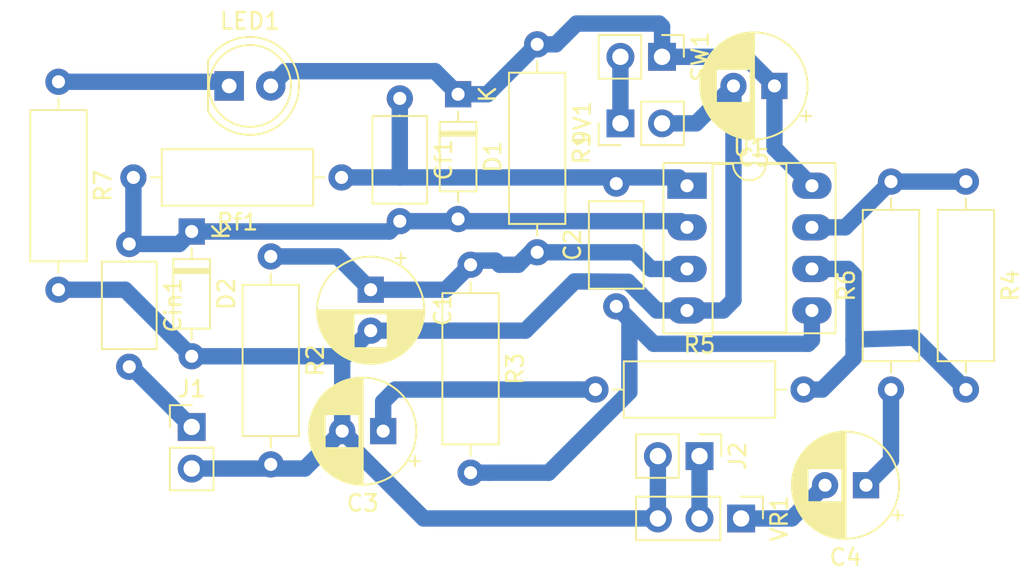
<source format=kicad_pcb>
(kicad_pcb (version 20171130) (host pcbnew "(5.1.5-0)")

  (general
    (thickness 1.6)
    (drawings 0)
    (tracks 98)
    (zones 0)
    (modules 24)
    (nets 16)
  )

  (page A4)
  (layers
    (0 F.Cu signal)
    (31 B.Cu signal)
    (32 B.Adhes user)
    (33 F.Adhes user)
    (34 B.Paste user)
    (35 F.Paste user)
    (36 B.SilkS user)
    (37 F.SilkS user)
    (38 B.Mask user)
    (39 F.Mask user)
    (40 Dwgs.User user)
    (41 Cmts.User user)
    (42 Eco1.User user)
    (43 Eco2.User user)
    (44 Edge.Cuts user)
    (45 Margin user)
    (46 B.CrtYd user)
    (47 F.CrtYd user)
    (48 B.Fab user)
    (49 F.Fab user)
  )

  (setup
    (last_trace_width 1)
    (user_trace_width 1)
    (trace_clearance 0.2)
    (zone_clearance 0.508)
    (zone_45_only no)
    (trace_min 0.2)
    (via_size 0.8)
    (via_drill 0.4)
    (via_min_size 0.4)
    (via_min_drill 0.3)
    (uvia_size 0.3)
    (uvia_drill 0.1)
    (uvias_allowed no)
    (uvia_min_size 0.2)
    (uvia_min_drill 0.1)
    (edge_width 0.05)
    (segment_width 0.2)
    (pcb_text_width 0.3)
    (pcb_text_size 1.5 1.5)
    (mod_edge_width 0.12)
    (mod_text_size 1 1)
    (mod_text_width 0.15)
    (pad_size 1.524 1.524)
    (pad_drill 0.762)
    (pad_to_mask_clearance 0.051)
    (solder_mask_min_width 0.25)
    (aux_axis_origin 0 0)
    (visible_elements FFFFFF7F)
    (pcbplotparams
      (layerselection 0x010fc_ffffffff)
      (usegerberextensions false)
      (usegerberattributes false)
      (usegerberadvancedattributes false)
      (creategerberjobfile false)
      (excludeedgelayer true)
      (linewidth 0.100000)
      (plotframeref false)
      (viasonmask false)
      (mode 1)
      (useauxorigin false)
      (hpglpennumber 1)
      (hpglpenspeed 20)
      (hpglpendiameter 15.000000)
      (psnegative false)
      (psa4output false)
      (plotreference true)
      (plotvalue true)
      (plotinvisibletext false)
      (padsonsilk false)
      (subtractmaskfromsilk false)
      (outputformat 1)
      (mirror false)
      (drillshape 1)
      (scaleselection 1)
      (outputdirectory ""))
  )

  (net 0 "")
  (net 1 GND)
  (net 2 "Net-(9V1-Pad1)")
  (net 3 "Net-(C1-Pad1)")
  (net 4 "Net-(C2-Pad2)")
  (net 5 "Net-(C2-Pad1)")
  (net 6 "Net-(C3-Pad1)")
  (net 7 "Net-(C4-Pad2)")
  (net 8 "Net-(C4-Pad1)")
  (net 9 "Net-(C5-Pad1)")
  (net 10 "Net-(Cf1-Pad2)")
  (net 11 "Net-(Cin1-Pad2)")
  (net 12 "Net-(LED1-Pad1)")
  (net 13 "Net-(R4-Pad2)")
  (net 14 "Net-(R4-Pad1)")
  (net 15 "Net-(J2-Pad1)")

  (net_class Default "This is the default net class."
    (clearance 0.2)
    (trace_width 0.25)
    (via_dia 0.8)
    (via_drill 0.4)
    (uvia_dia 0.3)
    (uvia_drill 0.1)
    (add_net GND)
    (add_net "Net-(9V1-Pad1)")
    (add_net "Net-(C1-Pad1)")
    (add_net "Net-(C2-Pad1)")
    (add_net "Net-(C2-Pad2)")
    (add_net "Net-(C3-Pad1)")
    (add_net "Net-(C4-Pad1)")
    (add_net "Net-(C4-Pad2)")
    (add_net "Net-(C5-Pad1)")
    (add_net "Net-(Cf1-Pad2)")
    (add_net "Net-(Cin1-Pad2)")
    (add_net "Net-(J2-Pad1)")
    (add_net "Net-(LED1-Pad1)")
    (add_net "Net-(R4-Pad1)")
    (add_net "Net-(R4-Pad2)")
  )

  (module Capacitor_THT:CP_Radial_D6.3mm_P2.50mm (layer F.Cu) (tedit 5AE50EF0) (tstamp 5F716603)
    (at 180.086 65.024 180)
    (descr "CP, Radial series, Radial, pin pitch=2.50mm, , diameter=6.3mm, Electrolytic Capacitor")
    (tags "CP Radial series Radial pin pitch 2.50mm  diameter 6.3mm Electrolytic Capacitor")
    (path /5F73B37D)
    (fp_text reference C4 (at 1.25 -4.4) (layer F.SilkS)
      (effects (font (size 1 1) (thickness 0.15)))
    )
    (fp_text value 33uF (at 1.25 4.4) (layer F.Fab)
      (effects (font (size 1 1) (thickness 0.15)))
    )
    (fp_text user %R (at 1.25 0) (layer F.Fab)
      (effects (font (size 1 1) (thickness 0.15)))
    )
    (fp_line (start -1.935241 -2.154) (end -1.935241 -1.524) (layer F.SilkS) (width 0.12))
    (fp_line (start -2.250241 -1.839) (end -1.620241 -1.839) (layer F.SilkS) (width 0.12))
    (fp_line (start 4.491 -0.402) (end 4.491 0.402) (layer F.SilkS) (width 0.12))
    (fp_line (start 4.451 -0.633) (end 4.451 0.633) (layer F.SilkS) (width 0.12))
    (fp_line (start 4.411 -0.802) (end 4.411 0.802) (layer F.SilkS) (width 0.12))
    (fp_line (start 4.371 -0.94) (end 4.371 0.94) (layer F.SilkS) (width 0.12))
    (fp_line (start 4.331 -1.059) (end 4.331 1.059) (layer F.SilkS) (width 0.12))
    (fp_line (start 4.291 -1.165) (end 4.291 1.165) (layer F.SilkS) (width 0.12))
    (fp_line (start 4.251 -1.262) (end 4.251 1.262) (layer F.SilkS) (width 0.12))
    (fp_line (start 4.211 -1.35) (end 4.211 1.35) (layer F.SilkS) (width 0.12))
    (fp_line (start 4.171 -1.432) (end 4.171 1.432) (layer F.SilkS) (width 0.12))
    (fp_line (start 4.131 -1.509) (end 4.131 1.509) (layer F.SilkS) (width 0.12))
    (fp_line (start 4.091 -1.581) (end 4.091 1.581) (layer F.SilkS) (width 0.12))
    (fp_line (start 4.051 -1.65) (end 4.051 1.65) (layer F.SilkS) (width 0.12))
    (fp_line (start 4.011 -1.714) (end 4.011 1.714) (layer F.SilkS) (width 0.12))
    (fp_line (start 3.971 -1.776) (end 3.971 1.776) (layer F.SilkS) (width 0.12))
    (fp_line (start 3.931 -1.834) (end 3.931 1.834) (layer F.SilkS) (width 0.12))
    (fp_line (start 3.891 -1.89) (end 3.891 1.89) (layer F.SilkS) (width 0.12))
    (fp_line (start 3.851 -1.944) (end 3.851 1.944) (layer F.SilkS) (width 0.12))
    (fp_line (start 3.811 -1.995) (end 3.811 1.995) (layer F.SilkS) (width 0.12))
    (fp_line (start 3.771 -2.044) (end 3.771 2.044) (layer F.SilkS) (width 0.12))
    (fp_line (start 3.731 -2.092) (end 3.731 2.092) (layer F.SilkS) (width 0.12))
    (fp_line (start 3.691 -2.137) (end 3.691 2.137) (layer F.SilkS) (width 0.12))
    (fp_line (start 3.651 -2.182) (end 3.651 2.182) (layer F.SilkS) (width 0.12))
    (fp_line (start 3.611 -2.224) (end 3.611 2.224) (layer F.SilkS) (width 0.12))
    (fp_line (start 3.571 -2.265) (end 3.571 2.265) (layer F.SilkS) (width 0.12))
    (fp_line (start 3.531 1.04) (end 3.531 2.305) (layer F.SilkS) (width 0.12))
    (fp_line (start 3.531 -2.305) (end 3.531 -1.04) (layer F.SilkS) (width 0.12))
    (fp_line (start 3.491 1.04) (end 3.491 2.343) (layer F.SilkS) (width 0.12))
    (fp_line (start 3.491 -2.343) (end 3.491 -1.04) (layer F.SilkS) (width 0.12))
    (fp_line (start 3.451 1.04) (end 3.451 2.38) (layer F.SilkS) (width 0.12))
    (fp_line (start 3.451 -2.38) (end 3.451 -1.04) (layer F.SilkS) (width 0.12))
    (fp_line (start 3.411 1.04) (end 3.411 2.416) (layer F.SilkS) (width 0.12))
    (fp_line (start 3.411 -2.416) (end 3.411 -1.04) (layer F.SilkS) (width 0.12))
    (fp_line (start 3.371 1.04) (end 3.371 2.45) (layer F.SilkS) (width 0.12))
    (fp_line (start 3.371 -2.45) (end 3.371 -1.04) (layer F.SilkS) (width 0.12))
    (fp_line (start 3.331 1.04) (end 3.331 2.484) (layer F.SilkS) (width 0.12))
    (fp_line (start 3.331 -2.484) (end 3.331 -1.04) (layer F.SilkS) (width 0.12))
    (fp_line (start 3.291 1.04) (end 3.291 2.516) (layer F.SilkS) (width 0.12))
    (fp_line (start 3.291 -2.516) (end 3.291 -1.04) (layer F.SilkS) (width 0.12))
    (fp_line (start 3.251 1.04) (end 3.251 2.548) (layer F.SilkS) (width 0.12))
    (fp_line (start 3.251 -2.548) (end 3.251 -1.04) (layer F.SilkS) (width 0.12))
    (fp_line (start 3.211 1.04) (end 3.211 2.578) (layer F.SilkS) (width 0.12))
    (fp_line (start 3.211 -2.578) (end 3.211 -1.04) (layer F.SilkS) (width 0.12))
    (fp_line (start 3.171 1.04) (end 3.171 2.607) (layer F.SilkS) (width 0.12))
    (fp_line (start 3.171 -2.607) (end 3.171 -1.04) (layer F.SilkS) (width 0.12))
    (fp_line (start 3.131 1.04) (end 3.131 2.636) (layer F.SilkS) (width 0.12))
    (fp_line (start 3.131 -2.636) (end 3.131 -1.04) (layer F.SilkS) (width 0.12))
    (fp_line (start 3.091 1.04) (end 3.091 2.664) (layer F.SilkS) (width 0.12))
    (fp_line (start 3.091 -2.664) (end 3.091 -1.04) (layer F.SilkS) (width 0.12))
    (fp_line (start 3.051 1.04) (end 3.051 2.69) (layer F.SilkS) (width 0.12))
    (fp_line (start 3.051 -2.69) (end 3.051 -1.04) (layer F.SilkS) (width 0.12))
    (fp_line (start 3.011 1.04) (end 3.011 2.716) (layer F.SilkS) (width 0.12))
    (fp_line (start 3.011 -2.716) (end 3.011 -1.04) (layer F.SilkS) (width 0.12))
    (fp_line (start 2.971 1.04) (end 2.971 2.742) (layer F.SilkS) (width 0.12))
    (fp_line (start 2.971 -2.742) (end 2.971 -1.04) (layer F.SilkS) (width 0.12))
    (fp_line (start 2.931 1.04) (end 2.931 2.766) (layer F.SilkS) (width 0.12))
    (fp_line (start 2.931 -2.766) (end 2.931 -1.04) (layer F.SilkS) (width 0.12))
    (fp_line (start 2.891 1.04) (end 2.891 2.79) (layer F.SilkS) (width 0.12))
    (fp_line (start 2.891 -2.79) (end 2.891 -1.04) (layer F.SilkS) (width 0.12))
    (fp_line (start 2.851 1.04) (end 2.851 2.812) (layer F.SilkS) (width 0.12))
    (fp_line (start 2.851 -2.812) (end 2.851 -1.04) (layer F.SilkS) (width 0.12))
    (fp_line (start 2.811 1.04) (end 2.811 2.834) (layer F.SilkS) (width 0.12))
    (fp_line (start 2.811 -2.834) (end 2.811 -1.04) (layer F.SilkS) (width 0.12))
    (fp_line (start 2.771 1.04) (end 2.771 2.856) (layer F.SilkS) (width 0.12))
    (fp_line (start 2.771 -2.856) (end 2.771 -1.04) (layer F.SilkS) (width 0.12))
    (fp_line (start 2.731 1.04) (end 2.731 2.876) (layer F.SilkS) (width 0.12))
    (fp_line (start 2.731 -2.876) (end 2.731 -1.04) (layer F.SilkS) (width 0.12))
    (fp_line (start 2.691 1.04) (end 2.691 2.896) (layer F.SilkS) (width 0.12))
    (fp_line (start 2.691 -2.896) (end 2.691 -1.04) (layer F.SilkS) (width 0.12))
    (fp_line (start 2.651 1.04) (end 2.651 2.916) (layer F.SilkS) (width 0.12))
    (fp_line (start 2.651 -2.916) (end 2.651 -1.04) (layer F.SilkS) (width 0.12))
    (fp_line (start 2.611 1.04) (end 2.611 2.934) (layer F.SilkS) (width 0.12))
    (fp_line (start 2.611 -2.934) (end 2.611 -1.04) (layer F.SilkS) (width 0.12))
    (fp_line (start 2.571 1.04) (end 2.571 2.952) (layer F.SilkS) (width 0.12))
    (fp_line (start 2.571 -2.952) (end 2.571 -1.04) (layer F.SilkS) (width 0.12))
    (fp_line (start 2.531 1.04) (end 2.531 2.97) (layer F.SilkS) (width 0.12))
    (fp_line (start 2.531 -2.97) (end 2.531 -1.04) (layer F.SilkS) (width 0.12))
    (fp_line (start 2.491 1.04) (end 2.491 2.986) (layer F.SilkS) (width 0.12))
    (fp_line (start 2.491 -2.986) (end 2.491 -1.04) (layer F.SilkS) (width 0.12))
    (fp_line (start 2.451 1.04) (end 2.451 3.002) (layer F.SilkS) (width 0.12))
    (fp_line (start 2.451 -3.002) (end 2.451 -1.04) (layer F.SilkS) (width 0.12))
    (fp_line (start 2.411 1.04) (end 2.411 3.018) (layer F.SilkS) (width 0.12))
    (fp_line (start 2.411 -3.018) (end 2.411 -1.04) (layer F.SilkS) (width 0.12))
    (fp_line (start 2.371 1.04) (end 2.371 3.033) (layer F.SilkS) (width 0.12))
    (fp_line (start 2.371 -3.033) (end 2.371 -1.04) (layer F.SilkS) (width 0.12))
    (fp_line (start 2.331 1.04) (end 2.331 3.047) (layer F.SilkS) (width 0.12))
    (fp_line (start 2.331 -3.047) (end 2.331 -1.04) (layer F.SilkS) (width 0.12))
    (fp_line (start 2.291 1.04) (end 2.291 3.061) (layer F.SilkS) (width 0.12))
    (fp_line (start 2.291 -3.061) (end 2.291 -1.04) (layer F.SilkS) (width 0.12))
    (fp_line (start 2.251 1.04) (end 2.251 3.074) (layer F.SilkS) (width 0.12))
    (fp_line (start 2.251 -3.074) (end 2.251 -1.04) (layer F.SilkS) (width 0.12))
    (fp_line (start 2.211 1.04) (end 2.211 3.086) (layer F.SilkS) (width 0.12))
    (fp_line (start 2.211 -3.086) (end 2.211 -1.04) (layer F.SilkS) (width 0.12))
    (fp_line (start 2.171 1.04) (end 2.171 3.098) (layer F.SilkS) (width 0.12))
    (fp_line (start 2.171 -3.098) (end 2.171 -1.04) (layer F.SilkS) (width 0.12))
    (fp_line (start 2.131 1.04) (end 2.131 3.11) (layer F.SilkS) (width 0.12))
    (fp_line (start 2.131 -3.11) (end 2.131 -1.04) (layer F.SilkS) (width 0.12))
    (fp_line (start 2.091 1.04) (end 2.091 3.121) (layer F.SilkS) (width 0.12))
    (fp_line (start 2.091 -3.121) (end 2.091 -1.04) (layer F.SilkS) (width 0.12))
    (fp_line (start 2.051 1.04) (end 2.051 3.131) (layer F.SilkS) (width 0.12))
    (fp_line (start 2.051 -3.131) (end 2.051 -1.04) (layer F.SilkS) (width 0.12))
    (fp_line (start 2.011 1.04) (end 2.011 3.141) (layer F.SilkS) (width 0.12))
    (fp_line (start 2.011 -3.141) (end 2.011 -1.04) (layer F.SilkS) (width 0.12))
    (fp_line (start 1.971 1.04) (end 1.971 3.15) (layer F.SilkS) (width 0.12))
    (fp_line (start 1.971 -3.15) (end 1.971 -1.04) (layer F.SilkS) (width 0.12))
    (fp_line (start 1.93 1.04) (end 1.93 3.159) (layer F.SilkS) (width 0.12))
    (fp_line (start 1.93 -3.159) (end 1.93 -1.04) (layer F.SilkS) (width 0.12))
    (fp_line (start 1.89 1.04) (end 1.89 3.167) (layer F.SilkS) (width 0.12))
    (fp_line (start 1.89 -3.167) (end 1.89 -1.04) (layer F.SilkS) (width 0.12))
    (fp_line (start 1.85 1.04) (end 1.85 3.175) (layer F.SilkS) (width 0.12))
    (fp_line (start 1.85 -3.175) (end 1.85 -1.04) (layer F.SilkS) (width 0.12))
    (fp_line (start 1.81 1.04) (end 1.81 3.182) (layer F.SilkS) (width 0.12))
    (fp_line (start 1.81 -3.182) (end 1.81 -1.04) (layer F.SilkS) (width 0.12))
    (fp_line (start 1.77 1.04) (end 1.77 3.189) (layer F.SilkS) (width 0.12))
    (fp_line (start 1.77 -3.189) (end 1.77 -1.04) (layer F.SilkS) (width 0.12))
    (fp_line (start 1.73 1.04) (end 1.73 3.195) (layer F.SilkS) (width 0.12))
    (fp_line (start 1.73 -3.195) (end 1.73 -1.04) (layer F.SilkS) (width 0.12))
    (fp_line (start 1.69 1.04) (end 1.69 3.201) (layer F.SilkS) (width 0.12))
    (fp_line (start 1.69 -3.201) (end 1.69 -1.04) (layer F.SilkS) (width 0.12))
    (fp_line (start 1.65 1.04) (end 1.65 3.206) (layer F.SilkS) (width 0.12))
    (fp_line (start 1.65 -3.206) (end 1.65 -1.04) (layer F.SilkS) (width 0.12))
    (fp_line (start 1.61 1.04) (end 1.61 3.211) (layer F.SilkS) (width 0.12))
    (fp_line (start 1.61 -3.211) (end 1.61 -1.04) (layer F.SilkS) (width 0.12))
    (fp_line (start 1.57 1.04) (end 1.57 3.215) (layer F.SilkS) (width 0.12))
    (fp_line (start 1.57 -3.215) (end 1.57 -1.04) (layer F.SilkS) (width 0.12))
    (fp_line (start 1.53 1.04) (end 1.53 3.218) (layer F.SilkS) (width 0.12))
    (fp_line (start 1.53 -3.218) (end 1.53 -1.04) (layer F.SilkS) (width 0.12))
    (fp_line (start 1.49 1.04) (end 1.49 3.222) (layer F.SilkS) (width 0.12))
    (fp_line (start 1.49 -3.222) (end 1.49 -1.04) (layer F.SilkS) (width 0.12))
    (fp_line (start 1.45 -3.224) (end 1.45 3.224) (layer F.SilkS) (width 0.12))
    (fp_line (start 1.41 -3.227) (end 1.41 3.227) (layer F.SilkS) (width 0.12))
    (fp_line (start 1.37 -3.228) (end 1.37 3.228) (layer F.SilkS) (width 0.12))
    (fp_line (start 1.33 -3.23) (end 1.33 3.23) (layer F.SilkS) (width 0.12))
    (fp_line (start 1.29 -3.23) (end 1.29 3.23) (layer F.SilkS) (width 0.12))
    (fp_line (start 1.25 -3.23) (end 1.25 3.23) (layer F.SilkS) (width 0.12))
    (fp_line (start -1.128972 -1.6885) (end -1.128972 -1.0585) (layer F.Fab) (width 0.1))
    (fp_line (start -1.443972 -1.3735) (end -0.813972 -1.3735) (layer F.Fab) (width 0.1))
    (fp_circle (center 1.25 0) (end 4.65 0) (layer F.CrtYd) (width 0.05))
    (fp_circle (center 1.25 0) (end 4.52 0) (layer F.SilkS) (width 0.12))
    (fp_circle (center 1.25 0) (end 4.4 0) (layer F.Fab) (width 0.1))
    (pad 2 thru_hole circle (at 2.5 0 180) (size 1.6 1.6) (drill 0.8) (layers *.Cu *.Mask)
      (net 7 "Net-(C4-Pad2)"))
    (pad 1 thru_hole rect (at 0 0 180) (size 1.6 1.6) (drill 0.8) (layers *.Cu *.Mask)
      (net 8 "Net-(C4-Pad1)"))
    (model ${KISYS3DMOD}/Capacitor_THT.3dshapes/CP_Radial_D6.3mm_P2.50mm.wrl
      (at (xyz 0 0 0))
      (scale (xyz 1 1 1))
      (rotate (xyz 0 0 0))
    )
  )

  (module Resistor_THT:R_Axial_DIN0309_L9.0mm_D3.2mm_P12.70mm_Horizontal (layer F.Cu) (tedit 5AE5139B) (tstamp 5F71679D)
    (at 186.182 46.482 270)
    (descr "Resistor, Axial_DIN0309 series, Axial, Horizontal, pin pitch=12.7mm, 0.5W = 1/2W, length*diameter=9*3.2mm^2, http://cdn-reichelt.de/documents/datenblatt/B400/1_4W%23YAG.pdf")
    (tags "Resistor Axial_DIN0309 series Axial Horizontal pin pitch 12.7mm 0.5W = 1/2W length 9mm diameter 3.2mm")
    (path /5F73A4FE)
    (fp_text reference R4 (at 6.35 -2.72 90) (layer F.SilkS)
      (effects (font (size 1 1) (thickness 0.15)))
    )
    (fp_text value 10k (at 6.35 2.72 90) (layer F.Fab)
      (effects (font (size 1 1) (thickness 0.15)))
    )
    (fp_text user %R (at 6.35 0 90) (layer F.Fab)
      (effects (font (size 1 1) (thickness 0.15)))
    )
    (fp_line (start 13.75 -1.85) (end -1.05 -1.85) (layer F.CrtYd) (width 0.05))
    (fp_line (start 13.75 1.85) (end 13.75 -1.85) (layer F.CrtYd) (width 0.05))
    (fp_line (start -1.05 1.85) (end 13.75 1.85) (layer F.CrtYd) (width 0.05))
    (fp_line (start -1.05 -1.85) (end -1.05 1.85) (layer F.CrtYd) (width 0.05))
    (fp_line (start 11.66 0) (end 10.97 0) (layer F.SilkS) (width 0.12))
    (fp_line (start 1.04 0) (end 1.73 0) (layer F.SilkS) (width 0.12))
    (fp_line (start 10.97 -1.72) (end 1.73 -1.72) (layer F.SilkS) (width 0.12))
    (fp_line (start 10.97 1.72) (end 10.97 -1.72) (layer F.SilkS) (width 0.12))
    (fp_line (start 1.73 1.72) (end 10.97 1.72) (layer F.SilkS) (width 0.12))
    (fp_line (start 1.73 -1.72) (end 1.73 1.72) (layer F.SilkS) (width 0.12))
    (fp_line (start 12.7 0) (end 10.85 0) (layer F.Fab) (width 0.1))
    (fp_line (start 0 0) (end 1.85 0) (layer F.Fab) (width 0.1))
    (fp_line (start 10.85 -1.6) (end 1.85 -1.6) (layer F.Fab) (width 0.1))
    (fp_line (start 10.85 1.6) (end 10.85 -1.6) (layer F.Fab) (width 0.1))
    (fp_line (start 1.85 1.6) (end 10.85 1.6) (layer F.Fab) (width 0.1))
    (fp_line (start 1.85 -1.6) (end 1.85 1.6) (layer F.Fab) (width 0.1))
    (pad 2 thru_hole oval (at 12.7 0 270) (size 1.6 1.6) (drill 0.8) (layers *.Cu *.Mask)
      (net 13 "Net-(R4-Pad2)"))
    (pad 1 thru_hole circle (at 0 0 270) (size 1.6 1.6) (drill 0.8) (layers *.Cu *.Mask)
      (net 14 "Net-(R4-Pad1)"))
    (model ${KISYS3DMOD}/Resistor_THT.3dshapes/R_Axial_DIN0309_L9.0mm_D3.2mm_P12.70mm_Horizontal.wrl
      (at (xyz 0 0 0))
      (scale (xyz 1 1 1))
      (rotate (xyz 0 0 0))
    )
  )

  (module Capacitor_THT:C_Axial_L5.1mm_D3.1mm_P7.50mm_Horizontal (layer F.Cu) (tedit 5AE50EF0) (tstamp 5F7164DB)
    (at 164.846 54.102 90)
    (descr "C, Axial series, Axial, Horizontal, pin pitch=7.5mm, , length*diameter=5.1*3.1mm^2, http://www.vishay.com/docs/45231/arseries.pdf")
    (tags "C Axial series Axial Horizontal pin pitch 7.5mm  length 5.1mm diameter 3.1mm")
    (path /5F7265BD)
    (fp_text reference C2 (at 3.75 -2.67 90) (layer F.SilkS)
      (effects (font (size 1 1) (thickness 0.15)))
    )
    (fp_text value 220n (at 3.75 2.67 90) (layer F.Fab)
      (effects (font (size 1 1) (thickness 0.15)))
    )
    (fp_text user %R (at 3.75 0 90) (layer F.Fab)
      (effects (font (size 1 1) (thickness 0.15)))
    )
    (fp_line (start 8.55 -1.8) (end -1.05 -1.8) (layer F.CrtYd) (width 0.05))
    (fp_line (start 8.55 1.8) (end 8.55 -1.8) (layer F.CrtYd) (width 0.05))
    (fp_line (start -1.05 1.8) (end 8.55 1.8) (layer F.CrtYd) (width 0.05))
    (fp_line (start -1.05 -1.8) (end -1.05 1.8) (layer F.CrtYd) (width 0.05))
    (fp_line (start 6.46 0) (end 6.42 0) (layer F.SilkS) (width 0.12))
    (fp_line (start 1.04 0) (end 1.08 0) (layer F.SilkS) (width 0.12))
    (fp_line (start 6.42 -1.67) (end 1.08 -1.67) (layer F.SilkS) (width 0.12))
    (fp_line (start 6.42 1.67) (end 6.42 -1.67) (layer F.SilkS) (width 0.12))
    (fp_line (start 1.08 1.67) (end 6.42 1.67) (layer F.SilkS) (width 0.12))
    (fp_line (start 1.08 -1.67) (end 1.08 1.67) (layer F.SilkS) (width 0.12))
    (fp_line (start 7.5 0) (end 6.3 0) (layer F.Fab) (width 0.1))
    (fp_line (start 0 0) (end 1.2 0) (layer F.Fab) (width 0.1))
    (fp_line (start 6.3 -1.55) (end 1.2 -1.55) (layer F.Fab) (width 0.1))
    (fp_line (start 6.3 1.55) (end 6.3 -1.55) (layer F.Fab) (width 0.1))
    (fp_line (start 1.2 1.55) (end 6.3 1.55) (layer F.Fab) (width 0.1))
    (fp_line (start 1.2 -1.55) (end 1.2 1.55) (layer F.Fab) (width 0.1))
    (pad 2 thru_hole oval (at 7.5 0 90) (size 1.6 1.6) (drill 0.8) (layers *.Cu *.Mask)
      (net 4 "Net-(C2-Pad2)"))
    (pad 1 thru_hole circle (at 0 0 90) (size 1.6 1.6) (drill 0.8) (layers *.Cu *.Mask)
      (net 5 "Net-(C2-Pad1)"))
    (model ${KISYS3DMOD}/Capacitor_THT.3dshapes/C_Axial_L5.1mm_D3.1mm_P7.50mm_Horizontal.wrl
      (at (xyz 0 0 0))
      (scale (xyz 1 1 1))
      (rotate (xyz 0 0 0))
    )
  )

  (module Resistor_THT:R_Axial_DIN0309_L9.0mm_D3.2mm_P12.70mm_Horizontal (layer F.Cu) (tedit 5AE5139B) (tstamp 5F7167E2)
    (at 130.81 40.386 270)
    (descr "Resistor, Axial_DIN0309 series, Axial, Horizontal, pin pitch=12.7mm, 0.5W = 1/2W, length*diameter=9*3.2mm^2, http://cdn-reichelt.de/documents/datenblatt/B400/1_4W%23YAG.pdf")
    (tags "Resistor Axial_DIN0309 series Axial Horizontal pin pitch 12.7mm 0.5W = 1/2W length 9mm diameter 3.2mm")
    (path /5F7292E4)
    (fp_text reference R7 (at 6.35 -2.72 90) (layer F.SilkS)
      (effects (font (size 1 1) (thickness 0.15)))
    )
    (fp_text value 10k (at 6.35 2.72 90) (layer F.Fab)
      (effects (font (size 1 1) (thickness 0.15)))
    )
    (fp_text user %R (at 6.35 0 90) (layer F.Fab)
      (effects (font (size 1 1) (thickness 0.15)))
    )
    (fp_line (start 13.75 -1.85) (end -1.05 -1.85) (layer F.CrtYd) (width 0.05))
    (fp_line (start 13.75 1.85) (end 13.75 -1.85) (layer F.CrtYd) (width 0.05))
    (fp_line (start -1.05 1.85) (end 13.75 1.85) (layer F.CrtYd) (width 0.05))
    (fp_line (start -1.05 -1.85) (end -1.05 1.85) (layer F.CrtYd) (width 0.05))
    (fp_line (start 11.66 0) (end 10.97 0) (layer F.SilkS) (width 0.12))
    (fp_line (start 1.04 0) (end 1.73 0) (layer F.SilkS) (width 0.12))
    (fp_line (start 10.97 -1.72) (end 1.73 -1.72) (layer F.SilkS) (width 0.12))
    (fp_line (start 10.97 1.72) (end 10.97 -1.72) (layer F.SilkS) (width 0.12))
    (fp_line (start 1.73 1.72) (end 10.97 1.72) (layer F.SilkS) (width 0.12))
    (fp_line (start 1.73 -1.72) (end 1.73 1.72) (layer F.SilkS) (width 0.12))
    (fp_line (start 12.7 0) (end 10.85 0) (layer F.Fab) (width 0.1))
    (fp_line (start 0 0) (end 1.85 0) (layer F.Fab) (width 0.1))
    (fp_line (start 10.85 -1.6) (end 1.85 -1.6) (layer F.Fab) (width 0.1))
    (fp_line (start 10.85 1.6) (end 10.85 -1.6) (layer F.Fab) (width 0.1))
    (fp_line (start 1.85 1.6) (end 10.85 1.6) (layer F.Fab) (width 0.1))
    (fp_line (start 1.85 -1.6) (end 1.85 1.6) (layer F.Fab) (width 0.1))
    (pad 2 thru_hole oval (at 12.7 0 270) (size 1.6 1.6) (drill 0.8) (layers *.Cu *.Mask)
      (net 1 GND))
    (pad 1 thru_hole circle (at 0 0 270) (size 1.6 1.6) (drill 0.8) (layers *.Cu *.Mask)
      (net 12 "Net-(LED1-Pad1)"))
    (model ${KISYS3DMOD}/Resistor_THT.3dshapes/R_Axial_DIN0309_L9.0mm_D3.2mm_P12.70mm_Horizontal.wrl
      (at (xyz 0 0 0))
      (scale (xyz 1 1 1))
      (rotate (xyz 0 0 0))
    )
  )

  (module Connector_PinHeader_2.54mm:PinHeader_1x02_P2.54mm_Vertical (layer F.Cu) (tedit 59FED5CC) (tstamp 5F71C7F3)
    (at 167.64 38.862 270)
    (descr "Through hole straight pin header, 1x02, 2.54mm pitch, single row")
    (tags "Through hole pin header THT 1x02 2.54mm single row")
    (path /5F72BA38)
    (fp_text reference SW1 (at 0 -2.33 90) (layer F.SilkS)
      (effects (font (size 1 1) (thickness 0.15)))
    )
    (fp_text value On (at 0 4.87 90) (layer F.Fab)
      (effects (font (size 1 1) (thickness 0.15)))
    )
    (fp_text user %R (at 0 1.27) (layer F.Fab)
      (effects (font (size 1 1) (thickness 0.15)))
    )
    (fp_line (start 1.8 -1.8) (end -1.8 -1.8) (layer F.CrtYd) (width 0.05))
    (fp_line (start 1.8 4.35) (end 1.8 -1.8) (layer F.CrtYd) (width 0.05))
    (fp_line (start -1.8 4.35) (end 1.8 4.35) (layer F.CrtYd) (width 0.05))
    (fp_line (start -1.8 -1.8) (end -1.8 4.35) (layer F.CrtYd) (width 0.05))
    (fp_line (start -1.33 -1.33) (end 0 -1.33) (layer F.SilkS) (width 0.12))
    (fp_line (start -1.33 0) (end -1.33 -1.33) (layer F.SilkS) (width 0.12))
    (fp_line (start -1.33 1.27) (end 1.33 1.27) (layer F.SilkS) (width 0.12))
    (fp_line (start 1.33 1.27) (end 1.33 3.87) (layer F.SilkS) (width 0.12))
    (fp_line (start -1.33 1.27) (end -1.33 3.87) (layer F.SilkS) (width 0.12))
    (fp_line (start -1.33 3.87) (end 1.33 3.87) (layer F.SilkS) (width 0.12))
    (fp_line (start -1.27 -0.635) (end -0.635 -1.27) (layer F.Fab) (width 0.1))
    (fp_line (start -1.27 3.81) (end -1.27 -0.635) (layer F.Fab) (width 0.1))
    (fp_line (start 1.27 3.81) (end -1.27 3.81) (layer F.Fab) (width 0.1))
    (fp_line (start 1.27 -1.27) (end 1.27 3.81) (layer F.Fab) (width 0.1))
    (fp_line (start -0.635 -1.27) (end 1.27 -1.27) (layer F.Fab) (width 0.1))
    (pad 2 thru_hole oval (at 0 2.54 270) (size 1.7 1.7) (drill 1) (layers *.Cu *.Mask)
      (net 2 "Net-(9V1-Pad1)"))
    (pad 1 thru_hole rect (at 0 0 270) (size 1.7 1.7) (drill 1) (layers *.Cu *.Mask)
      (net 9 "Net-(C5-Pad1)"))
    (model ${KISYS3DMOD}/Connector_PinHeader_2.54mm.3dshapes/PinHeader_1x02_P2.54mm_Vertical.wrl
      (at (xyz 0 0 0))
      (scale (xyz 1 1 1))
      (rotate (xyz 0 0 0))
    )
  )

  (module Diode_THT:D_DO-35_SOD27_P7.62mm_Horizontal (layer F.Cu) (tedit 5AE50CD5) (tstamp 5F7166E4)
    (at 155.194 41.148 270)
    (descr "Diode, DO-35_SOD27 series, Axial, Horizontal, pin pitch=7.62mm, , length*diameter=4*2mm^2, , http://www.diodes.com/_files/packages/DO-35.pdf")
    (tags "Diode DO-35_SOD27 series Axial Horizontal pin pitch 7.62mm  length 4mm diameter 2mm")
    (path /5F719E80)
    (fp_text reference D1 (at 3.81 -2.12 90) (layer F.SilkS)
      (effects (font (size 1 1) (thickness 0.15)))
    )
    (fp_text value 1N4148 (at 3.81 2.12 90) (layer F.Fab)
      (effects (font (size 1 1) (thickness 0.15)))
    )
    (fp_text user K (at 0 -1.8 90) (layer F.SilkS)
      (effects (font (size 1 1) (thickness 0.15)))
    )
    (fp_text user K (at 0 -1.8 90) (layer F.Fab)
      (effects (font (size 1 1) (thickness 0.15)))
    )
    (fp_text user %R (at 4.11 0 90) (layer F.Fab)
      (effects (font (size 0.8 0.8) (thickness 0.12)))
    )
    (fp_line (start 8.67 -1.25) (end -1.05 -1.25) (layer F.CrtYd) (width 0.05))
    (fp_line (start 8.67 1.25) (end 8.67 -1.25) (layer F.CrtYd) (width 0.05))
    (fp_line (start -1.05 1.25) (end 8.67 1.25) (layer F.CrtYd) (width 0.05))
    (fp_line (start -1.05 -1.25) (end -1.05 1.25) (layer F.CrtYd) (width 0.05))
    (fp_line (start 2.29 -1.12) (end 2.29 1.12) (layer F.SilkS) (width 0.12))
    (fp_line (start 2.53 -1.12) (end 2.53 1.12) (layer F.SilkS) (width 0.12))
    (fp_line (start 2.41 -1.12) (end 2.41 1.12) (layer F.SilkS) (width 0.12))
    (fp_line (start 6.58 0) (end 5.93 0) (layer F.SilkS) (width 0.12))
    (fp_line (start 1.04 0) (end 1.69 0) (layer F.SilkS) (width 0.12))
    (fp_line (start 5.93 -1.12) (end 1.69 -1.12) (layer F.SilkS) (width 0.12))
    (fp_line (start 5.93 1.12) (end 5.93 -1.12) (layer F.SilkS) (width 0.12))
    (fp_line (start 1.69 1.12) (end 5.93 1.12) (layer F.SilkS) (width 0.12))
    (fp_line (start 1.69 -1.12) (end 1.69 1.12) (layer F.SilkS) (width 0.12))
    (fp_line (start 2.31 -1) (end 2.31 1) (layer F.Fab) (width 0.1))
    (fp_line (start 2.51 -1) (end 2.51 1) (layer F.Fab) (width 0.1))
    (fp_line (start 2.41 -1) (end 2.41 1) (layer F.Fab) (width 0.1))
    (fp_line (start 7.62 0) (end 5.81 0) (layer F.Fab) (width 0.1))
    (fp_line (start 0 0) (end 1.81 0) (layer F.Fab) (width 0.1))
    (fp_line (start 5.81 -1) (end 1.81 -1) (layer F.Fab) (width 0.1))
    (fp_line (start 5.81 1) (end 5.81 -1) (layer F.Fab) (width 0.1))
    (fp_line (start 1.81 1) (end 5.81 1) (layer F.Fab) (width 0.1))
    (fp_line (start 1.81 -1) (end 1.81 1) (layer F.Fab) (width 0.1))
    (pad 2 thru_hole oval (at 7.62 0 270) (size 1.6 1.6) (drill 0.8) (layers *.Cu *.Mask)
      (net 10 "Net-(Cf1-Pad2)"))
    (pad 1 thru_hole rect (at 0 0 270) (size 1.6 1.6) (drill 0.8) (layers *.Cu *.Mask)
      (net 9 "Net-(C5-Pad1)"))
    (model ${KISYS3DMOD}/Diode_THT.3dshapes/D_DO-35_SOD27_P7.62mm_Horizontal.wrl
      (at (xyz 0 0 0))
      (scale (xyz 1 1 1))
      (rotate (xyz 0 0 0))
    )
  )

  (module Connector_PinHeader_2.54mm:PinHeader_1x02_P2.54mm_Vertical (layer F.Cu) (tedit 59FED5CC) (tstamp 5F718060)
    (at 138.938 61.468)
    (descr "Through hole straight pin header, 1x02, 2.54mm pitch, single row")
    (tags "Through hole pin header THT 1x02 2.54mm single row")
    (path /5F76456E)
    (fp_text reference J1 (at 0 -2.33) (layer F.SilkS)
      (effects (font (size 1 1) (thickness 0.15)))
    )
    (fp_text value Input (at 0 4.87) (layer F.Fab)
      (effects (font (size 1 1) (thickness 0.15)))
    )
    (fp_text user %R (at 0 1.27 90) (layer F.Fab)
      (effects (font (size 1 1) (thickness 0.15)))
    )
    (fp_line (start 1.8 -1.8) (end -1.8 -1.8) (layer F.CrtYd) (width 0.05))
    (fp_line (start 1.8 4.35) (end 1.8 -1.8) (layer F.CrtYd) (width 0.05))
    (fp_line (start -1.8 4.35) (end 1.8 4.35) (layer F.CrtYd) (width 0.05))
    (fp_line (start -1.8 -1.8) (end -1.8 4.35) (layer F.CrtYd) (width 0.05))
    (fp_line (start -1.33 -1.33) (end 0 -1.33) (layer F.SilkS) (width 0.12))
    (fp_line (start -1.33 0) (end -1.33 -1.33) (layer F.SilkS) (width 0.12))
    (fp_line (start -1.33 1.27) (end 1.33 1.27) (layer F.SilkS) (width 0.12))
    (fp_line (start 1.33 1.27) (end 1.33 3.87) (layer F.SilkS) (width 0.12))
    (fp_line (start -1.33 1.27) (end -1.33 3.87) (layer F.SilkS) (width 0.12))
    (fp_line (start -1.33 3.87) (end 1.33 3.87) (layer F.SilkS) (width 0.12))
    (fp_line (start -1.27 -0.635) (end -0.635 -1.27) (layer F.Fab) (width 0.1))
    (fp_line (start -1.27 3.81) (end -1.27 -0.635) (layer F.Fab) (width 0.1))
    (fp_line (start 1.27 3.81) (end -1.27 3.81) (layer F.Fab) (width 0.1))
    (fp_line (start 1.27 -1.27) (end 1.27 3.81) (layer F.Fab) (width 0.1))
    (fp_line (start -0.635 -1.27) (end 1.27 -1.27) (layer F.Fab) (width 0.1))
    (pad 2 thru_hole oval (at 0 2.54) (size 1.7 1.7) (drill 1) (layers *.Cu *.Mask)
      (net 1 GND))
    (pad 1 thru_hole rect (at 0 0) (size 1.7 1.7) (drill 1) (layers *.Cu *.Mask)
      (net 11 "Net-(Cin1-Pad2)"))
    (model ${KISYS3DMOD}/Connector_PinHeader_2.54mm.3dshapes/PinHeader_1x02_P2.54mm_Vertical.wrl
      (at (xyz 0 0 0))
      (scale (xyz 1 1 1))
      (rotate (xyz 0 0 0))
    )
  )

  (module Connector_PinHeader_2.54mm:PinHeader_1x03_P2.54mm_Vertical (layer F.Cu) (tedit 59FED5CC) (tstamp 5F71684A)
    (at 172.466 67.056 270)
    (descr "Through hole straight pin header, 1x03, 2.54mm pitch, single row")
    (tags "Through hole pin header THT 1x03 2.54mm single row")
    (path /5F746AF9)
    (fp_text reference VR1 (at 0 -2.33 90) (layer F.SilkS)
      (effects (font (size 1 1) (thickness 0.15)))
    )
    (fp_text value 10k (at 0 7.41 90) (layer F.Fab)
      (effects (font (size 1 1) (thickness 0.15)))
    )
    (fp_text user %R (at 0 2.54) (layer F.Fab)
      (effects (font (size 1 1) (thickness 0.15)))
    )
    (fp_line (start 1.8 -1.8) (end -1.8 -1.8) (layer F.CrtYd) (width 0.05))
    (fp_line (start 1.8 6.85) (end 1.8 -1.8) (layer F.CrtYd) (width 0.05))
    (fp_line (start -1.8 6.85) (end 1.8 6.85) (layer F.CrtYd) (width 0.05))
    (fp_line (start -1.8 -1.8) (end -1.8 6.85) (layer F.CrtYd) (width 0.05))
    (fp_line (start -1.33 -1.33) (end 0 -1.33) (layer F.SilkS) (width 0.12))
    (fp_line (start -1.33 0) (end -1.33 -1.33) (layer F.SilkS) (width 0.12))
    (fp_line (start -1.33 1.27) (end 1.33 1.27) (layer F.SilkS) (width 0.12))
    (fp_line (start 1.33 1.27) (end 1.33 6.41) (layer F.SilkS) (width 0.12))
    (fp_line (start -1.33 1.27) (end -1.33 6.41) (layer F.SilkS) (width 0.12))
    (fp_line (start -1.33 6.41) (end 1.33 6.41) (layer F.SilkS) (width 0.12))
    (fp_line (start -1.27 -0.635) (end -0.635 -1.27) (layer F.Fab) (width 0.1))
    (fp_line (start -1.27 6.35) (end -1.27 -0.635) (layer F.Fab) (width 0.1))
    (fp_line (start 1.27 6.35) (end -1.27 6.35) (layer F.Fab) (width 0.1))
    (fp_line (start 1.27 -1.27) (end 1.27 6.35) (layer F.Fab) (width 0.1))
    (fp_line (start -0.635 -1.27) (end 1.27 -1.27) (layer F.Fab) (width 0.1))
    (pad 3 thru_hole oval (at 0 5.08 270) (size 1.7 1.7) (drill 1) (layers *.Cu *.Mask)
      (net 1 GND))
    (pad 2 thru_hole oval (at 0 2.54 270) (size 1.7 1.7) (drill 1) (layers *.Cu *.Mask)
      (net 15 "Net-(J2-Pad1)"))
    (pad 1 thru_hole rect (at 0 0 270) (size 1.7 1.7) (drill 1) (layers *.Cu *.Mask)
      (net 7 "Net-(C4-Pad2)"))
    (model ${KISYS3DMOD}/Connector_PinHeader_2.54mm.3dshapes/PinHeader_1x03_P2.54mm_Vertical.wrl
      (at (xyz 0 0 0))
      (scale (xyz 1 1 1))
      (rotate (xyz 0 0 0))
    )
  )

  (module Package_DIP:DIP-8_W7.62mm_Socket_LongPads (layer F.Cu) (tedit 5A02E8C5) (tstamp 5F716833)
    (at 169.164 46.736)
    (descr "8-lead though-hole mounted DIP package, row spacing 7.62 mm (300 mils), Socket, LongPads")
    (tags "THT DIP DIL PDIP 2.54mm 7.62mm 300mil Socket LongPads")
    (path /5F71B7AC)
    (fp_text reference U1 (at 3.81 -2.33) (layer F.SilkS)
      (effects (font (size 1 1) (thickness 0.15)))
    )
    (fp_text value TL072 (at 3.81 9.95) (layer F.Fab)
      (effects (font (size 1 1) (thickness 0.15)))
    )
    (fp_text user %R (at 4.064 3.81) (layer F.Fab)
      (effects (font (size 1 1) (thickness 0.15)))
    )
    (fp_line (start 9.15 -1.6) (end -1.55 -1.6) (layer F.CrtYd) (width 0.05))
    (fp_line (start 9.15 9.2) (end 9.15 -1.6) (layer F.CrtYd) (width 0.05))
    (fp_line (start -1.55 9.2) (end 9.15 9.2) (layer F.CrtYd) (width 0.05))
    (fp_line (start -1.55 -1.6) (end -1.55 9.2) (layer F.CrtYd) (width 0.05))
    (fp_line (start 9.06 -1.39) (end -1.44 -1.39) (layer F.SilkS) (width 0.12))
    (fp_line (start 9.06 9.01) (end 9.06 -1.39) (layer F.SilkS) (width 0.12))
    (fp_line (start -1.44 9.01) (end 9.06 9.01) (layer F.SilkS) (width 0.12))
    (fp_line (start -1.44 -1.39) (end -1.44 9.01) (layer F.SilkS) (width 0.12))
    (fp_line (start 6.06 -1.33) (end 4.81 -1.33) (layer F.SilkS) (width 0.12))
    (fp_line (start 6.06 8.95) (end 6.06 -1.33) (layer F.SilkS) (width 0.12))
    (fp_line (start 1.56 8.95) (end 6.06 8.95) (layer F.SilkS) (width 0.12))
    (fp_line (start 1.56 -1.33) (end 1.56 8.95) (layer F.SilkS) (width 0.12))
    (fp_line (start 2.81 -1.33) (end 1.56 -1.33) (layer F.SilkS) (width 0.12))
    (fp_line (start 8.89 -1.33) (end -1.27 -1.33) (layer F.Fab) (width 0.1))
    (fp_line (start 8.89 8.95) (end 8.89 -1.33) (layer F.Fab) (width 0.1))
    (fp_line (start -1.27 8.95) (end 8.89 8.95) (layer F.Fab) (width 0.1))
    (fp_line (start -1.27 -1.33) (end -1.27 8.95) (layer F.Fab) (width 0.1))
    (fp_line (start 0.635 -0.27) (end 1.635 -1.27) (layer F.Fab) (width 0.1))
    (fp_line (start 0.635 8.89) (end 0.635 -0.27) (layer F.Fab) (width 0.1))
    (fp_line (start 6.985 8.89) (end 0.635 8.89) (layer F.Fab) (width 0.1))
    (fp_line (start 6.985 -1.27) (end 6.985 8.89) (layer F.Fab) (width 0.1))
    (fp_line (start 1.635 -1.27) (end 6.985 -1.27) (layer F.Fab) (width 0.1))
    (fp_arc (start 3.81 -1.33) (end 2.81 -1.33) (angle -180) (layer F.SilkS) (width 0.12))
    (pad 8 thru_hole oval (at 7.62 0) (size 2.4 1.6) (drill 0.8) (layers *.Cu *.Mask)
      (net 9 "Net-(C5-Pad1)"))
    (pad 4 thru_hole oval (at 0 7.62) (size 2.4 1.6) (drill 0.8) (layers *.Cu *.Mask)
      (net 1 GND))
    (pad 7 thru_hole oval (at 7.62 2.54) (size 2.4 1.6) (drill 0.8) (layers *.Cu *.Mask)
      (net 14 "Net-(R4-Pad1)"))
    (pad 3 thru_hole oval (at 0 5.08) (size 2.4 1.6) (drill 0.8) (layers *.Cu *.Mask)
      (net 3 "Net-(C1-Pad1)"))
    (pad 6 thru_hole oval (at 7.62 5.08) (size 2.4 1.6) (drill 0.8) (layers *.Cu *.Mask)
      (net 13 "Net-(R4-Pad2)"))
    (pad 2 thru_hole oval (at 0 2.54) (size 2.4 1.6) (drill 0.8) (layers *.Cu *.Mask)
      (net 10 "Net-(Cf1-Pad2)"))
    (pad 5 thru_hole oval (at 7.62 7.62) (size 2.4 1.6) (drill 0.8) (layers *.Cu *.Mask)
      (net 5 "Net-(C2-Pad1)"))
    (pad 1 thru_hole rect (at 0 0) (size 2.4 1.6) (drill 0.8) (layers *.Cu *.Mask)
      (net 4 "Net-(C2-Pad2)"))
    (model ${KISYS3DMOD}/Package_DIP.3dshapes/DIP-8_W7.62mm_Socket.wrl
      (at (xyz 0 0 0))
      (scale (xyz 1 1 1))
      (rotate (xyz 0 0 0))
    )
  )

  (module Resistor_THT:R_Axial_DIN0309_L9.0mm_D3.2mm_P12.70mm_Horizontal (layer F.Cu) (tedit 5AE5139B) (tstamp 5F7167F9)
    (at 148.082 46.228 180)
    (descr "Resistor, Axial_DIN0309 series, Axial, Horizontal, pin pitch=12.7mm, 0.5W = 1/2W, length*diameter=9*3.2mm^2, http://cdn-reichelt.de/documents/datenblatt/B400/1_4W%23YAG.pdf")
    (tags "Resistor Axial_DIN0309 series Axial Horizontal pin pitch 12.7mm 0.5W = 1/2W length 9mm diameter 3.2mm")
    (path /5F7249ED)
    (fp_text reference Rf1 (at 6.35 -2.72) (layer F.SilkS)
      (effects (font (size 1 1) (thickness 0.15)))
    )
    (fp_text value 1M (at 6.35 2.72) (layer F.Fab)
      (effects (font (size 1 1) (thickness 0.15)))
    )
    (fp_text user %R (at 6.35 0) (layer F.Fab)
      (effects (font (size 1 1) (thickness 0.15)))
    )
    (fp_line (start 13.75 -1.85) (end -1.05 -1.85) (layer F.CrtYd) (width 0.05))
    (fp_line (start 13.75 1.85) (end 13.75 -1.85) (layer F.CrtYd) (width 0.05))
    (fp_line (start -1.05 1.85) (end 13.75 1.85) (layer F.CrtYd) (width 0.05))
    (fp_line (start -1.05 -1.85) (end -1.05 1.85) (layer F.CrtYd) (width 0.05))
    (fp_line (start 11.66 0) (end 10.97 0) (layer F.SilkS) (width 0.12))
    (fp_line (start 1.04 0) (end 1.73 0) (layer F.SilkS) (width 0.12))
    (fp_line (start 10.97 -1.72) (end 1.73 -1.72) (layer F.SilkS) (width 0.12))
    (fp_line (start 10.97 1.72) (end 10.97 -1.72) (layer F.SilkS) (width 0.12))
    (fp_line (start 1.73 1.72) (end 10.97 1.72) (layer F.SilkS) (width 0.12))
    (fp_line (start 1.73 -1.72) (end 1.73 1.72) (layer F.SilkS) (width 0.12))
    (fp_line (start 12.7 0) (end 10.85 0) (layer F.Fab) (width 0.1))
    (fp_line (start 0 0) (end 1.85 0) (layer F.Fab) (width 0.1))
    (fp_line (start 10.85 -1.6) (end 1.85 -1.6) (layer F.Fab) (width 0.1))
    (fp_line (start 10.85 1.6) (end 10.85 -1.6) (layer F.Fab) (width 0.1))
    (fp_line (start 1.85 1.6) (end 10.85 1.6) (layer F.Fab) (width 0.1))
    (fp_line (start 1.85 -1.6) (end 1.85 1.6) (layer F.Fab) (width 0.1))
    (pad 2 thru_hole oval (at 12.7 0 180) (size 1.6 1.6) (drill 0.8) (layers *.Cu *.Mask)
      (net 10 "Net-(Cf1-Pad2)"))
    (pad 1 thru_hole circle (at 0 0 180) (size 1.6 1.6) (drill 0.8) (layers *.Cu *.Mask)
      (net 4 "Net-(C2-Pad2)"))
    (model ${KISYS3DMOD}/Resistor_THT.3dshapes/R_Axial_DIN0309_L9.0mm_D3.2mm_P12.70mm_Horizontal.wrl
      (at (xyz 0 0 0))
      (scale (xyz 1 1 1))
      (rotate (xyz 0 0 0))
    )
  )

  (module Resistor_THT:R_Axial_DIN0309_L9.0mm_D3.2mm_P12.70mm_Horizontal (layer F.Cu) (tedit 5AE5139B) (tstamp 5F7167CB)
    (at 181.61 59.182 90)
    (descr "Resistor, Axial_DIN0309 series, Axial, Horizontal, pin pitch=12.7mm, 0.5W = 1/2W, length*diameter=9*3.2mm^2, http://cdn-reichelt.de/documents/datenblatt/B400/1_4W%23YAG.pdf")
    (tags "Resistor Axial_DIN0309 series Axial Horizontal pin pitch 12.7mm 0.5W = 1/2W length 9mm diameter 3.2mm")
    (path /5F73DEBF)
    (fp_text reference R6 (at 6.35 -2.72 90) (layer F.SilkS)
      (effects (font (size 1 1) (thickness 0.15)))
    )
    (fp_text value 100ohm (at 6.35 2.72 90) (layer F.Fab)
      (effects (font (size 1 1) (thickness 0.15)))
    )
    (fp_text user %R (at 6.35 0 90) (layer F.Fab)
      (effects (font (size 1 1) (thickness 0.15)))
    )
    (fp_line (start 13.75 -1.85) (end -1.05 -1.85) (layer F.CrtYd) (width 0.05))
    (fp_line (start 13.75 1.85) (end 13.75 -1.85) (layer F.CrtYd) (width 0.05))
    (fp_line (start -1.05 1.85) (end 13.75 1.85) (layer F.CrtYd) (width 0.05))
    (fp_line (start -1.05 -1.85) (end -1.05 1.85) (layer F.CrtYd) (width 0.05))
    (fp_line (start 11.66 0) (end 10.97 0) (layer F.SilkS) (width 0.12))
    (fp_line (start 1.04 0) (end 1.73 0) (layer F.SilkS) (width 0.12))
    (fp_line (start 10.97 -1.72) (end 1.73 -1.72) (layer F.SilkS) (width 0.12))
    (fp_line (start 10.97 1.72) (end 10.97 -1.72) (layer F.SilkS) (width 0.12))
    (fp_line (start 1.73 1.72) (end 10.97 1.72) (layer F.SilkS) (width 0.12))
    (fp_line (start 1.73 -1.72) (end 1.73 1.72) (layer F.SilkS) (width 0.12))
    (fp_line (start 12.7 0) (end 10.85 0) (layer F.Fab) (width 0.1))
    (fp_line (start 0 0) (end 1.85 0) (layer F.Fab) (width 0.1))
    (fp_line (start 10.85 -1.6) (end 1.85 -1.6) (layer F.Fab) (width 0.1))
    (fp_line (start 10.85 1.6) (end 10.85 -1.6) (layer F.Fab) (width 0.1))
    (fp_line (start 1.85 1.6) (end 10.85 1.6) (layer F.Fab) (width 0.1))
    (fp_line (start 1.85 -1.6) (end 1.85 1.6) (layer F.Fab) (width 0.1))
    (pad 2 thru_hole oval (at 12.7 0 90) (size 1.6 1.6) (drill 0.8) (layers *.Cu *.Mask)
      (net 14 "Net-(R4-Pad1)"))
    (pad 1 thru_hole circle (at 0 0 90) (size 1.6 1.6) (drill 0.8) (layers *.Cu *.Mask)
      (net 8 "Net-(C4-Pad1)"))
    (model ${KISYS3DMOD}/Resistor_THT.3dshapes/R_Axial_DIN0309_L9.0mm_D3.2mm_P12.70mm_Horizontal.wrl
      (at (xyz 0 0 0))
      (scale (xyz 1 1 1))
      (rotate (xyz 0 0 0))
    )
  )

  (module Resistor_THT:R_Axial_DIN0309_L9.0mm_D3.2mm_P12.70mm_Horizontal (layer F.Cu) (tedit 5AE5139B) (tstamp 5F7167B4)
    (at 163.576 59.182)
    (descr "Resistor, Axial_DIN0309 series, Axial, Horizontal, pin pitch=12.7mm, 0.5W = 1/2W, length*diameter=9*3.2mm^2, http://cdn-reichelt.de/documents/datenblatt/B400/1_4W%23YAG.pdf")
    (tags "Resistor Axial_DIN0309 series Axial Horizontal pin pitch 12.7mm 0.5W = 1/2W length 9mm diameter 3.2mm")
    (path /5F73AE40)
    (fp_text reference R5 (at 6.35 -2.72) (layer F.SilkS)
      (effects (font (size 1 1) (thickness 0.15)))
    )
    (fp_text value 10k (at 6.35 2.72) (layer F.Fab)
      (effects (font (size 1 1) (thickness 0.15)))
    )
    (fp_text user %R (at 6.35 0) (layer F.Fab)
      (effects (font (size 1 1) (thickness 0.15)))
    )
    (fp_line (start 13.75 -1.85) (end -1.05 -1.85) (layer F.CrtYd) (width 0.05))
    (fp_line (start 13.75 1.85) (end 13.75 -1.85) (layer F.CrtYd) (width 0.05))
    (fp_line (start -1.05 1.85) (end 13.75 1.85) (layer F.CrtYd) (width 0.05))
    (fp_line (start -1.05 -1.85) (end -1.05 1.85) (layer F.CrtYd) (width 0.05))
    (fp_line (start 11.66 0) (end 10.97 0) (layer F.SilkS) (width 0.12))
    (fp_line (start 1.04 0) (end 1.73 0) (layer F.SilkS) (width 0.12))
    (fp_line (start 10.97 -1.72) (end 1.73 -1.72) (layer F.SilkS) (width 0.12))
    (fp_line (start 10.97 1.72) (end 10.97 -1.72) (layer F.SilkS) (width 0.12))
    (fp_line (start 1.73 1.72) (end 10.97 1.72) (layer F.SilkS) (width 0.12))
    (fp_line (start 1.73 -1.72) (end 1.73 1.72) (layer F.SilkS) (width 0.12))
    (fp_line (start 12.7 0) (end 10.85 0) (layer F.Fab) (width 0.1))
    (fp_line (start 0 0) (end 1.85 0) (layer F.Fab) (width 0.1))
    (fp_line (start 10.85 -1.6) (end 1.85 -1.6) (layer F.Fab) (width 0.1))
    (fp_line (start 10.85 1.6) (end 10.85 -1.6) (layer F.Fab) (width 0.1))
    (fp_line (start 1.85 1.6) (end 10.85 1.6) (layer F.Fab) (width 0.1))
    (fp_line (start 1.85 -1.6) (end 1.85 1.6) (layer F.Fab) (width 0.1))
    (pad 2 thru_hole oval (at 12.7 0) (size 1.6 1.6) (drill 0.8) (layers *.Cu *.Mask)
      (net 13 "Net-(R4-Pad2)"))
    (pad 1 thru_hole circle (at 0 0) (size 1.6 1.6) (drill 0.8) (layers *.Cu *.Mask)
      (net 6 "Net-(C3-Pad1)"))
    (model ${KISYS3DMOD}/Resistor_THT.3dshapes/R_Axial_DIN0309_L9.0mm_D3.2mm_P12.70mm_Horizontal.wrl
      (at (xyz 0 0 0))
      (scale (xyz 1 1 1))
      (rotate (xyz 0 0 0))
    )
  )

  (module Resistor_THT:R_Axial_DIN0309_L9.0mm_D3.2mm_P12.70mm_Horizontal (layer F.Cu) (tedit 5AE5139B) (tstamp 5F716786)
    (at 155.956 51.562 270)
    (descr "Resistor, Axial_DIN0309 series, Axial, Horizontal, pin pitch=12.7mm, 0.5W = 1/2W, length*diameter=9*3.2mm^2, http://cdn-reichelt.de/documents/datenblatt/B400/1_4W%23YAG.pdf")
    (tags "Resistor Axial_DIN0309 series Axial Horizontal pin pitch 12.7mm 0.5W = 1/2W length 9mm diameter 3.2mm")
    (path /5F738CD2)
    (fp_text reference R3 (at 6.35 -2.72 90) (layer F.SilkS)
      (effects (font (size 1 1) (thickness 0.15)))
    )
    (fp_text value 22k (at 6.35 2.72 90) (layer F.Fab)
      (effects (font (size 1 1) (thickness 0.15)))
    )
    (fp_text user %R (at 6.096 0 90) (layer F.Fab)
      (effects (font (size 1 1) (thickness 0.15)))
    )
    (fp_line (start 13.75 -1.85) (end -1.05 -1.85) (layer F.CrtYd) (width 0.05))
    (fp_line (start 13.75 1.85) (end 13.75 -1.85) (layer F.CrtYd) (width 0.05))
    (fp_line (start -1.05 1.85) (end 13.75 1.85) (layer F.CrtYd) (width 0.05))
    (fp_line (start -1.05 -1.85) (end -1.05 1.85) (layer F.CrtYd) (width 0.05))
    (fp_line (start 11.66 0) (end 10.97 0) (layer F.SilkS) (width 0.12))
    (fp_line (start 1.04 0) (end 1.73 0) (layer F.SilkS) (width 0.12))
    (fp_line (start 10.97 -1.72) (end 1.73 -1.72) (layer F.SilkS) (width 0.12))
    (fp_line (start 10.97 1.72) (end 10.97 -1.72) (layer F.SilkS) (width 0.12))
    (fp_line (start 1.73 1.72) (end 10.97 1.72) (layer F.SilkS) (width 0.12))
    (fp_line (start 1.73 -1.72) (end 1.73 1.72) (layer F.SilkS) (width 0.12))
    (fp_line (start 12.7 0) (end 10.85 0) (layer F.Fab) (width 0.1))
    (fp_line (start 0 0) (end 1.85 0) (layer F.Fab) (width 0.1))
    (fp_line (start 10.85 -1.6) (end 1.85 -1.6) (layer F.Fab) (width 0.1))
    (fp_line (start 10.85 1.6) (end 10.85 -1.6) (layer F.Fab) (width 0.1))
    (fp_line (start 1.85 1.6) (end 10.85 1.6) (layer F.Fab) (width 0.1))
    (fp_line (start 1.85 -1.6) (end 1.85 1.6) (layer F.Fab) (width 0.1))
    (pad 2 thru_hole oval (at 12.7 0 270) (size 1.6 1.6) (drill 0.8) (layers *.Cu *.Mask)
      (net 5 "Net-(C2-Pad1)"))
    (pad 1 thru_hole circle (at 0 0 270) (size 1.6 1.6) (drill 0.8) (layers *.Cu *.Mask)
      (net 3 "Net-(C1-Pad1)"))
    (model ${KISYS3DMOD}/Resistor_THT.3dshapes/R_Axial_DIN0309_L9.0mm_D3.2mm_P12.70mm_Horizontal.wrl
      (at (xyz 0 0 0))
      (scale (xyz 1 1 1))
      (rotate (xyz 0 0 0))
    )
  )

  (module Resistor_THT:R_Axial_DIN0309_L9.0mm_D3.2mm_P12.70mm_Horizontal (layer F.Cu) (tedit 5AE5139B) (tstamp 5F71676F)
    (at 143.764 51.054 270)
    (descr "Resistor, Axial_DIN0309 series, Axial, Horizontal, pin pitch=12.7mm, 0.5W = 1/2W, length*diameter=9*3.2mm^2, http://cdn-reichelt.de/documents/datenblatt/B400/1_4W%23YAG.pdf")
    (tags "Resistor Axial_DIN0309 series Axial Horizontal pin pitch 12.7mm 0.5W = 1/2W length 9mm diameter 3.2mm")
    (path /5F71512A)
    (fp_text reference R2 (at 6.35 -2.72 90) (layer F.SilkS)
      (effects (font (size 1 1) (thickness 0.15)))
    )
    (fp_text value 10k (at 6.35 2.72 90) (layer F.Fab)
      (effects (font (size 1 1) (thickness 0.15)))
    )
    (fp_text user %R (at 6.35 0 90) (layer F.Fab)
      (effects (font (size 1 1) (thickness 0.15)))
    )
    (fp_line (start 13.75 -1.85) (end -1.05 -1.85) (layer F.CrtYd) (width 0.05))
    (fp_line (start 13.75 1.85) (end 13.75 -1.85) (layer F.CrtYd) (width 0.05))
    (fp_line (start -1.05 1.85) (end 13.75 1.85) (layer F.CrtYd) (width 0.05))
    (fp_line (start -1.05 -1.85) (end -1.05 1.85) (layer F.CrtYd) (width 0.05))
    (fp_line (start 11.66 0) (end 10.97 0) (layer F.SilkS) (width 0.12))
    (fp_line (start 1.04 0) (end 1.73 0) (layer F.SilkS) (width 0.12))
    (fp_line (start 10.97 -1.72) (end 1.73 -1.72) (layer F.SilkS) (width 0.12))
    (fp_line (start 10.97 1.72) (end 10.97 -1.72) (layer F.SilkS) (width 0.12))
    (fp_line (start 1.73 1.72) (end 10.97 1.72) (layer F.SilkS) (width 0.12))
    (fp_line (start 1.73 -1.72) (end 1.73 1.72) (layer F.SilkS) (width 0.12))
    (fp_line (start 12.7 0) (end 10.85 0) (layer F.Fab) (width 0.1))
    (fp_line (start 0 0) (end 1.85 0) (layer F.Fab) (width 0.1))
    (fp_line (start 10.85 -1.6) (end 1.85 -1.6) (layer F.Fab) (width 0.1))
    (fp_line (start 10.85 1.6) (end 10.85 -1.6) (layer F.Fab) (width 0.1))
    (fp_line (start 1.85 1.6) (end 10.85 1.6) (layer F.Fab) (width 0.1))
    (fp_line (start 1.85 -1.6) (end 1.85 1.6) (layer F.Fab) (width 0.1))
    (pad 2 thru_hole oval (at 12.7 0 270) (size 1.6 1.6) (drill 0.8) (layers *.Cu *.Mask)
      (net 1 GND))
    (pad 1 thru_hole circle (at 0 0 270) (size 1.6 1.6) (drill 0.8) (layers *.Cu *.Mask)
      (net 3 "Net-(C1-Pad1)"))
    (model ${KISYS3DMOD}/Resistor_THT.3dshapes/R_Axial_DIN0309_L9.0mm_D3.2mm_P12.70mm_Horizontal.wrl
      (at (xyz 0 0 0))
      (scale (xyz 1 1 1))
      (rotate (xyz 0 0 0))
    )
  )

  (module Resistor_THT:R_Axial_DIN0309_L9.0mm_D3.2mm_P12.70mm_Horizontal (layer F.Cu) (tedit 5AE5139B) (tstamp 5F716758)
    (at 160.02 38.1 270)
    (descr "Resistor, Axial_DIN0309 series, Axial, Horizontal, pin pitch=12.7mm, 0.5W = 1/2W, length*diameter=9*3.2mm^2, http://cdn-reichelt.de/documents/datenblatt/B400/1_4W%23YAG.pdf")
    (tags "Resistor Axial_DIN0309 series Axial Horizontal pin pitch 12.7mm 0.5W = 1/2W length 9mm diameter 3.2mm")
    (path /5F714A1A)
    (fp_text reference R1 (at 6.35 -2.72 90) (layer F.SilkS)
      (effects (font (size 1 1) (thickness 0.15)))
    )
    (fp_text value 10k (at 6.35 2.72 90) (layer F.Fab)
      (effects (font (size 1 1) (thickness 0.15)))
    )
    (fp_text user %R (at 6.35 0 90) (layer F.Fab)
      (effects (font (size 1 1) (thickness 0.15)))
    )
    (fp_line (start 13.75 -1.85) (end -1.05 -1.85) (layer F.CrtYd) (width 0.05))
    (fp_line (start 13.75 1.85) (end 13.75 -1.85) (layer F.CrtYd) (width 0.05))
    (fp_line (start -1.05 1.85) (end 13.75 1.85) (layer F.CrtYd) (width 0.05))
    (fp_line (start -1.05 -1.85) (end -1.05 1.85) (layer F.CrtYd) (width 0.05))
    (fp_line (start 11.66 0) (end 10.97 0) (layer F.SilkS) (width 0.12))
    (fp_line (start 1.04 0) (end 1.73 0) (layer F.SilkS) (width 0.12))
    (fp_line (start 10.97 -1.72) (end 1.73 -1.72) (layer F.SilkS) (width 0.12))
    (fp_line (start 10.97 1.72) (end 10.97 -1.72) (layer F.SilkS) (width 0.12))
    (fp_line (start 1.73 1.72) (end 10.97 1.72) (layer F.SilkS) (width 0.12))
    (fp_line (start 1.73 -1.72) (end 1.73 1.72) (layer F.SilkS) (width 0.12))
    (fp_line (start 12.7 0) (end 10.85 0) (layer F.Fab) (width 0.1))
    (fp_line (start 0 0) (end 1.85 0) (layer F.Fab) (width 0.1))
    (fp_line (start 10.85 -1.6) (end 1.85 -1.6) (layer F.Fab) (width 0.1))
    (fp_line (start 10.85 1.6) (end 10.85 -1.6) (layer F.Fab) (width 0.1))
    (fp_line (start 1.85 1.6) (end 10.85 1.6) (layer F.Fab) (width 0.1))
    (fp_line (start 1.85 -1.6) (end 1.85 1.6) (layer F.Fab) (width 0.1))
    (pad 2 thru_hole oval (at 12.7 0 270) (size 1.6 1.6) (drill 0.8) (layers *.Cu *.Mask)
      (net 3 "Net-(C1-Pad1)"))
    (pad 1 thru_hole circle (at 0 0 270) (size 1.6 1.6) (drill 0.8) (layers *.Cu *.Mask)
      (net 9 "Net-(C5-Pad1)"))
    (model ${KISYS3DMOD}/Resistor_THT.3dshapes/R_Axial_DIN0309_L9.0mm_D3.2mm_P12.70mm_Horizontal.wrl
      (at (xyz 0 0 0))
      (scale (xyz 1 1 1))
      (rotate (xyz 0 0 0))
    )
  )

  (module LED_THT:LED_D5.0mm (layer F.Cu) (tedit 5995936A) (tstamp 5F716741)
    (at 141.224 40.64)
    (descr "LED, diameter 5.0mm, 2 pins, http://cdn-reichelt.de/documents/datenblatt/A500/LL-504BC2E-009.pdf")
    (tags "LED diameter 5.0mm 2 pins")
    (path /5F729EF1)
    (fp_text reference LED1 (at 1.27 -3.96) (layer F.SilkS)
      (effects (font (size 1 1) (thickness 0.15)))
    )
    (fp_text value LED (at 1.27 3.96) (layer F.Fab)
      (effects (font (size 1 1) (thickness 0.15)))
    )
    (fp_text user %R (at 1.25 0) (layer F.Fab)
      (effects (font (size 0.8 0.8) (thickness 0.2)))
    )
    (fp_line (start 4.5 -3.25) (end -1.95 -3.25) (layer F.CrtYd) (width 0.05))
    (fp_line (start 4.5 3.25) (end 4.5 -3.25) (layer F.CrtYd) (width 0.05))
    (fp_line (start -1.95 3.25) (end 4.5 3.25) (layer F.CrtYd) (width 0.05))
    (fp_line (start -1.95 -3.25) (end -1.95 3.25) (layer F.CrtYd) (width 0.05))
    (fp_line (start -1.29 -1.545) (end -1.29 1.545) (layer F.SilkS) (width 0.12))
    (fp_line (start -1.23 -1.469694) (end -1.23 1.469694) (layer F.Fab) (width 0.1))
    (fp_circle (center 1.27 0) (end 3.77 0) (layer F.SilkS) (width 0.12))
    (fp_circle (center 1.27 0) (end 3.77 0) (layer F.Fab) (width 0.1))
    (fp_arc (start 1.27 0) (end -1.29 1.54483) (angle -148.9) (layer F.SilkS) (width 0.12))
    (fp_arc (start 1.27 0) (end -1.29 -1.54483) (angle 148.9) (layer F.SilkS) (width 0.12))
    (fp_arc (start 1.27 0) (end -1.23 -1.469694) (angle 299.1) (layer F.Fab) (width 0.1))
    (pad 2 thru_hole circle (at 2.54 0) (size 1.8 1.8) (drill 0.9) (layers *.Cu *.Mask)
      (net 9 "Net-(C5-Pad1)"))
    (pad 1 thru_hole rect (at 0 0) (size 1.8 1.8) (drill 0.9) (layers *.Cu *.Mask)
      (net 12 "Net-(LED1-Pad1)"))
    (model ${KISYS3DMOD}/LED_THT.3dshapes/LED_D5.0mm.wrl
      (at (xyz 0 0 0))
      (scale (xyz 1 1 1))
      (rotate (xyz 0 0 0))
    )
  )

  (module Connector_PinHeader_2.54mm:PinHeader_1x02_P2.54mm_Vertical (layer F.Cu) (tedit 59FED5CC) (tstamp 5F71672F)
    (at 169.926 63.246 270)
    (descr "Through hole straight pin header, 1x02, 2.54mm pitch, single row")
    (tags "Through hole pin header THT 1x02 2.54mm single row")
    (path /5F72E062)
    (fp_text reference J2 (at 0 -2.33 90) (layer F.SilkS)
      (effects (font (size 1 1) (thickness 0.15)))
    )
    (fp_text value Output (at 0 4.87 90) (layer F.Fab)
      (effects (font (size 1 1) (thickness 0.15)))
    )
    (fp_text user %R (at 0 1.27) (layer F.Fab)
      (effects (font (size 1 1) (thickness 0.15)))
    )
    (fp_line (start 1.8 -1.8) (end -1.8 -1.8) (layer F.CrtYd) (width 0.05))
    (fp_line (start 1.8 4.35) (end 1.8 -1.8) (layer F.CrtYd) (width 0.05))
    (fp_line (start -1.8 4.35) (end 1.8 4.35) (layer F.CrtYd) (width 0.05))
    (fp_line (start -1.8 -1.8) (end -1.8 4.35) (layer F.CrtYd) (width 0.05))
    (fp_line (start -1.33 -1.33) (end 0 -1.33) (layer F.SilkS) (width 0.12))
    (fp_line (start -1.33 0) (end -1.33 -1.33) (layer F.SilkS) (width 0.12))
    (fp_line (start -1.33 1.27) (end 1.33 1.27) (layer F.SilkS) (width 0.12))
    (fp_line (start 1.33 1.27) (end 1.33 3.87) (layer F.SilkS) (width 0.12))
    (fp_line (start -1.33 1.27) (end -1.33 3.87) (layer F.SilkS) (width 0.12))
    (fp_line (start -1.33 3.87) (end 1.33 3.87) (layer F.SilkS) (width 0.12))
    (fp_line (start -1.27 -0.635) (end -0.635 -1.27) (layer F.Fab) (width 0.1))
    (fp_line (start -1.27 3.81) (end -1.27 -0.635) (layer F.Fab) (width 0.1))
    (fp_line (start 1.27 3.81) (end -1.27 3.81) (layer F.Fab) (width 0.1))
    (fp_line (start 1.27 -1.27) (end 1.27 3.81) (layer F.Fab) (width 0.1))
    (fp_line (start -0.635 -1.27) (end 1.27 -1.27) (layer F.Fab) (width 0.1))
    (pad 2 thru_hole oval (at 0 2.54 270) (size 1.7 1.7) (drill 1) (layers *.Cu *.Mask)
      (net 1 GND))
    (pad 1 thru_hole rect (at 0 0 270) (size 1.7 1.7) (drill 1) (layers *.Cu *.Mask)
      (net 15 "Net-(J2-Pad1)"))
    (model ${KISYS3DMOD}/Connector_PinHeader_2.54mm.3dshapes/PinHeader_1x02_P2.54mm_Vertical.wrl
      (at (xyz 0 0 0))
      (scale (xyz 1 1 1))
      (rotate (xyz 0 0 0))
    )
  )

  (module Diode_THT:D_DO-35_SOD27_P7.62mm_Horizontal (layer F.Cu) (tedit 5AE50CD5) (tstamp 5F716703)
    (at 138.938 49.53 270)
    (descr "Diode, DO-35_SOD27 series, Axial, Horizontal, pin pitch=7.62mm, , length*diameter=4*2mm^2, , http://www.diodes.com/_files/packages/DO-35.pdf")
    (tags "Diode DO-35_SOD27 series Axial Horizontal pin pitch 7.62mm  length 4mm diameter 2mm")
    (path /5F71A4CD)
    (fp_text reference D2 (at 3.81 -2.12 90) (layer F.SilkS)
      (effects (font (size 1 1) (thickness 0.15)))
    )
    (fp_text value 1N4148 (at 3.81 2.12 90) (layer F.Fab)
      (effects (font (size 1 1) (thickness 0.15)))
    )
    (fp_text user K (at 0 -1.8 90) (layer F.SilkS)
      (effects (font (size 1 1) (thickness 0.15)))
    )
    (fp_text user K (at 0 -1.8 90) (layer F.Fab)
      (effects (font (size 1 1) (thickness 0.15)))
    )
    (fp_text user %R (at 4.11 0 90) (layer F.Fab)
      (effects (font (size 0.8 0.8) (thickness 0.12)))
    )
    (fp_line (start 8.67 -1.25) (end -1.05 -1.25) (layer F.CrtYd) (width 0.05))
    (fp_line (start 8.67 1.25) (end 8.67 -1.25) (layer F.CrtYd) (width 0.05))
    (fp_line (start -1.05 1.25) (end 8.67 1.25) (layer F.CrtYd) (width 0.05))
    (fp_line (start -1.05 -1.25) (end -1.05 1.25) (layer F.CrtYd) (width 0.05))
    (fp_line (start 2.29 -1.12) (end 2.29 1.12) (layer F.SilkS) (width 0.12))
    (fp_line (start 2.53 -1.12) (end 2.53 1.12) (layer F.SilkS) (width 0.12))
    (fp_line (start 2.41 -1.12) (end 2.41 1.12) (layer F.SilkS) (width 0.12))
    (fp_line (start 6.58 0) (end 5.93 0) (layer F.SilkS) (width 0.12))
    (fp_line (start 1.04 0) (end 1.69 0) (layer F.SilkS) (width 0.12))
    (fp_line (start 5.93 -1.12) (end 1.69 -1.12) (layer F.SilkS) (width 0.12))
    (fp_line (start 5.93 1.12) (end 5.93 -1.12) (layer F.SilkS) (width 0.12))
    (fp_line (start 1.69 1.12) (end 5.93 1.12) (layer F.SilkS) (width 0.12))
    (fp_line (start 1.69 -1.12) (end 1.69 1.12) (layer F.SilkS) (width 0.12))
    (fp_line (start 2.31 -1) (end 2.31 1) (layer F.Fab) (width 0.1))
    (fp_line (start 2.51 -1) (end 2.51 1) (layer F.Fab) (width 0.1))
    (fp_line (start 2.41 -1) (end 2.41 1) (layer F.Fab) (width 0.1))
    (fp_line (start 7.62 0) (end 5.81 0) (layer F.Fab) (width 0.1))
    (fp_line (start 0 0) (end 1.81 0) (layer F.Fab) (width 0.1))
    (fp_line (start 5.81 -1) (end 1.81 -1) (layer F.Fab) (width 0.1))
    (fp_line (start 5.81 1) (end 5.81 -1) (layer F.Fab) (width 0.1))
    (fp_line (start 1.81 1) (end 5.81 1) (layer F.Fab) (width 0.1))
    (fp_line (start 1.81 -1) (end 1.81 1) (layer F.Fab) (width 0.1))
    (pad 2 thru_hole oval (at 7.62 0 270) (size 1.6 1.6) (drill 0.8) (layers *.Cu *.Mask)
      (net 1 GND))
    (pad 1 thru_hole rect (at 0 0 270) (size 1.6 1.6) (drill 0.8) (layers *.Cu *.Mask)
      (net 10 "Net-(Cf1-Pad2)"))
    (model ${KISYS3DMOD}/Diode_THT.3dshapes/D_DO-35_SOD27_P7.62mm_Horizontal.wrl
      (at (xyz 0 0 0))
      (scale (xyz 1 1 1))
      (rotate (xyz 0 0 0))
    )
  )

  (module Capacitor_THT:C_Axial_L5.1mm_D3.1mm_P7.50mm_Horizontal (layer F.Cu) (tedit 5AE50EF0) (tstamp 5F7166C5)
    (at 135.128 50.292 270)
    (descr "C, Axial series, Axial, Horizontal, pin pitch=7.5mm, , length*diameter=5.1*3.1mm^2, http://www.vishay.com/docs/45231/arseries.pdf")
    (tags "C Axial series Axial Horizontal pin pitch 7.5mm  length 5.1mm diameter 3.1mm")
    (path /5F719589)
    (fp_text reference Cin1 (at 3.75 -2.67 90) (layer F.SilkS)
      (effects (font (size 1 1) (thickness 0.15)))
    )
    (fp_text value 100n (at 3.75 2.67 90) (layer F.Fab)
      (effects (font (size 1 1) (thickness 0.15)))
    )
    (fp_text user %R (at 3.75 0 90) (layer F.Fab)
      (effects (font (size 1 1) (thickness 0.15)))
    )
    (fp_line (start 8.55 -1.8) (end -1.05 -1.8) (layer F.CrtYd) (width 0.05))
    (fp_line (start 8.55 1.8) (end 8.55 -1.8) (layer F.CrtYd) (width 0.05))
    (fp_line (start -1.05 1.8) (end 8.55 1.8) (layer F.CrtYd) (width 0.05))
    (fp_line (start -1.05 -1.8) (end -1.05 1.8) (layer F.CrtYd) (width 0.05))
    (fp_line (start 6.46 0) (end 6.42 0) (layer F.SilkS) (width 0.12))
    (fp_line (start 1.04 0) (end 1.08 0) (layer F.SilkS) (width 0.12))
    (fp_line (start 6.42 -1.67) (end 1.08 -1.67) (layer F.SilkS) (width 0.12))
    (fp_line (start 6.42 1.67) (end 6.42 -1.67) (layer F.SilkS) (width 0.12))
    (fp_line (start 1.08 1.67) (end 6.42 1.67) (layer F.SilkS) (width 0.12))
    (fp_line (start 1.08 -1.67) (end 1.08 1.67) (layer F.SilkS) (width 0.12))
    (fp_line (start 7.5 0) (end 6.3 0) (layer F.Fab) (width 0.1))
    (fp_line (start 0 0) (end 1.2 0) (layer F.Fab) (width 0.1))
    (fp_line (start 6.3 -1.55) (end 1.2 -1.55) (layer F.Fab) (width 0.1))
    (fp_line (start 6.3 1.55) (end 6.3 -1.55) (layer F.Fab) (width 0.1))
    (fp_line (start 1.2 1.55) (end 6.3 1.55) (layer F.Fab) (width 0.1))
    (fp_line (start 1.2 -1.55) (end 1.2 1.55) (layer F.Fab) (width 0.1))
    (pad 2 thru_hole oval (at 7.5 0 270) (size 1.6 1.6) (drill 0.8) (layers *.Cu *.Mask)
      (net 11 "Net-(Cin1-Pad2)"))
    (pad 1 thru_hole circle (at 0 0 270) (size 1.6 1.6) (drill 0.8) (layers *.Cu *.Mask)
      (net 10 "Net-(Cf1-Pad2)"))
    (model ${KISYS3DMOD}/Capacitor_THT.3dshapes/C_Axial_L5.1mm_D3.1mm_P7.50mm_Horizontal.wrl
      (at (xyz 0 0 0))
      (scale (xyz 1 1 1))
      (rotate (xyz 0 0 0))
    )
  )

  (module Capacitor_THT:C_Axial_L5.1mm_D3.1mm_P7.50mm_Horizontal (layer F.Cu) (tedit 5AE50EF0) (tstamp 5F7166AE)
    (at 151.638 41.402 270)
    (descr "C, Axial series, Axial, Horizontal, pin pitch=7.5mm, , length*diameter=5.1*3.1mm^2, http://www.vishay.com/docs/45231/arseries.pdf")
    (tags "C Axial series Axial Horizontal pin pitch 7.5mm  length 5.1mm diameter 3.1mm")
    (path /5F72566E)
    (fp_text reference Cf1 (at 3.75 -2.67 90) (layer F.SilkS)
      (effects (font (size 1 1) (thickness 0.15)))
    )
    (fp_text value 10n (at 3.75 2.67 90) (layer F.Fab)
      (effects (font (size 1 1) (thickness 0.15)))
    )
    (fp_text user %R (at 3.75 0 90) (layer F.Fab)
      (effects (font (size 1 1) (thickness 0.15)))
    )
    (fp_line (start 8.55 -1.8) (end -1.05 -1.8) (layer F.CrtYd) (width 0.05))
    (fp_line (start 8.55 1.8) (end 8.55 -1.8) (layer F.CrtYd) (width 0.05))
    (fp_line (start -1.05 1.8) (end 8.55 1.8) (layer F.CrtYd) (width 0.05))
    (fp_line (start -1.05 -1.8) (end -1.05 1.8) (layer F.CrtYd) (width 0.05))
    (fp_line (start 6.46 0) (end 6.42 0) (layer F.SilkS) (width 0.12))
    (fp_line (start 1.04 0) (end 1.08 0) (layer F.SilkS) (width 0.12))
    (fp_line (start 6.42 -1.67) (end 1.08 -1.67) (layer F.SilkS) (width 0.12))
    (fp_line (start 6.42 1.67) (end 6.42 -1.67) (layer F.SilkS) (width 0.12))
    (fp_line (start 1.08 1.67) (end 6.42 1.67) (layer F.SilkS) (width 0.12))
    (fp_line (start 1.08 -1.67) (end 1.08 1.67) (layer F.SilkS) (width 0.12))
    (fp_line (start 7.5 0) (end 6.3 0) (layer F.Fab) (width 0.1))
    (fp_line (start 0 0) (end 1.2 0) (layer F.Fab) (width 0.1))
    (fp_line (start 6.3 -1.55) (end 1.2 -1.55) (layer F.Fab) (width 0.1))
    (fp_line (start 6.3 1.55) (end 6.3 -1.55) (layer F.Fab) (width 0.1))
    (fp_line (start 1.2 1.55) (end 6.3 1.55) (layer F.Fab) (width 0.1))
    (fp_line (start 1.2 -1.55) (end 1.2 1.55) (layer F.Fab) (width 0.1))
    (pad 2 thru_hole oval (at 7.5 0 270) (size 1.6 1.6) (drill 0.8) (layers *.Cu *.Mask)
      (net 10 "Net-(Cf1-Pad2)"))
    (pad 1 thru_hole circle (at 0 0 270) (size 1.6 1.6) (drill 0.8) (layers *.Cu *.Mask)
      (net 4 "Net-(C2-Pad2)"))
    (model ${KISYS3DMOD}/Capacitor_THT.3dshapes/C_Axial_L5.1mm_D3.1mm_P7.50mm_Horizontal.wrl
      (at (xyz 0 0 0))
      (scale (xyz 1 1 1))
      (rotate (xyz 0 0 0))
    )
  )

  (module Capacitor_THT:CP_Radial_D6.3mm_P2.50mm (layer F.Cu) (tedit 5AE50EF0) (tstamp 5F716697)
    (at 174.498 40.64 180)
    (descr "CP, Radial series, Radial, pin pitch=2.50mm, , diameter=6.3mm, Electrolytic Capacitor")
    (tags "CP Radial series Radial pin pitch 2.50mm  diameter 6.3mm Electrolytic Capacitor")
    (path /5F7271DD)
    (fp_text reference C5 (at 1.25 -4.4) (layer F.SilkS)
      (effects (font (size 1 1) (thickness 0.15)))
    )
    (fp_text value 33uF (at 1.25 4.4) (layer F.Fab)
      (effects (font (size 1 1) (thickness 0.15)))
    )
    (fp_text user %R (at 1.25 0) (layer F.Fab)
      (effects (font (size 1 1) (thickness 0.15)))
    )
    (fp_line (start -1.935241 -2.154) (end -1.935241 -1.524) (layer F.SilkS) (width 0.12))
    (fp_line (start -2.250241 -1.839) (end -1.620241 -1.839) (layer F.SilkS) (width 0.12))
    (fp_line (start 4.491 -0.402) (end 4.491 0.402) (layer F.SilkS) (width 0.12))
    (fp_line (start 4.451 -0.633) (end 4.451 0.633) (layer F.SilkS) (width 0.12))
    (fp_line (start 4.411 -0.802) (end 4.411 0.802) (layer F.SilkS) (width 0.12))
    (fp_line (start 4.371 -0.94) (end 4.371 0.94) (layer F.SilkS) (width 0.12))
    (fp_line (start 4.331 -1.059) (end 4.331 1.059) (layer F.SilkS) (width 0.12))
    (fp_line (start 4.291 -1.165) (end 4.291 1.165) (layer F.SilkS) (width 0.12))
    (fp_line (start 4.251 -1.262) (end 4.251 1.262) (layer F.SilkS) (width 0.12))
    (fp_line (start 4.211 -1.35) (end 4.211 1.35) (layer F.SilkS) (width 0.12))
    (fp_line (start 4.171 -1.432) (end 4.171 1.432) (layer F.SilkS) (width 0.12))
    (fp_line (start 4.131 -1.509) (end 4.131 1.509) (layer F.SilkS) (width 0.12))
    (fp_line (start 4.091 -1.581) (end 4.091 1.581) (layer F.SilkS) (width 0.12))
    (fp_line (start 4.051 -1.65) (end 4.051 1.65) (layer F.SilkS) (width 0.12))
    (fp_line (start 4.011 -1.714) (end 4.011 1.714) (layer F.SilkS) (width 0.12))
    (fp_line (start 3.971 -1.776) (end 3.971 1.776) (layer F.SilkS) (width 0.12))
    (fp_line (start 3.931 -1.834) (end 3.931 1.834) (layer F.SilkS) (width 0.12))
    (fp_line (start 3.891 -1.89) (end 3.891 1.89) (layer F.SilkS) (width 0.12))
    (fp_line (start 3.851 -1.944) (end 3.851 1.944) (layer F.SilkS) (width 0.12))
    (fp_line (start 3.811 -1.995) (end 3.811 1.995) (layer F.SilkS) (width 0.12))
    (fp_line (start 3.771 -2.044) (end 3.771 2.044) (layer F.SilkS) (width 0.12))
    (fp_line (start 3.731 -2.092) (end 3.731 2.092) (layer F.SilkS) (width 0.12))
    (fp_line (start 3.691 -2.137) (end 3.691 2.137) (layer F.SilkS) (width 0.12))
    (fp_line (start 3.651 -2.182) (end 3.651 2.182) (layer F.SilkS) (width 0.12))
    (fp_line (start 3.611 -2.224) (end 3.611 2.224) (layer F.SilkS) (width 0.12))
    (fp_line (start 3.571 -2.265) (end 3.571 2.265) (layer F.SilkS) (width 0.12))
    (fp_line (start 3.531 1.04) (end 3.531 2.305) (layer F.SilkS) (width 0.12))
    (fp_line (start 3.531 -2.305) (end 3.531 -1.04) (layer F.SilkS) (width 0.12))
    (fp_line (start 3.491 1.04) (end 3.491 2.343) (layer F.SilkS) (width 0.12))
    (fp_line (start 3.491 -2.343) (end 3.491 -1.04) (layer F.SilkS) (width 0.12))
    (fp_line (start 3.451 1.04) (end 3.451 2.38) (layer F.SilkS) (width 0.12))
    (fp_line (start 3.451 -2.38) (end 3.451 -1.04) (layer F.SilkS) (width 0.12))
    (fp_line (start 3.411 1.04) (end 3.411 2.416) (layer F.SilkS) (width 0.12))
    (fp_line (start 3.411 -2.416) (end 3.411 -1.04) (layer F.SilkS) (width 0.12))
    (fp_line (start 3.371 1.04) (end 3.371 2.45) (layer F.SilkS) (width 0.12))
    (fp_line (start 3.371 -2.45) (end 3.371 -1.04) (layer F.SilkS) (width 0.12))
    (fp_line (start 3.331 1.04) (end 3.331 2.484) (layer F.SilkS) (width 0.12))
    (fp_line (start 3.331 -2.484) (end 3.331 -1.04) (layer F.SilkS) (width 0.12))
    (fp_line (start 3.291 1.04) (end 3.291 2.516) (layer F.SilkS) (width 0.12))
    (fp_line (start 3.291 -2.516) (end 3.291 -1.04) (layer F.SilkS) (width 0.12))
    (fp_line (start 3.251 1.04) (end 3.251 2.548) (layer F.SilkS) (width 0.12))
    (fp_line (start 3.251 -2.548) (end 3.251 -1.04) (layer F.SilkS) (width 0.12))
    (fp_line (start 3.211 1.04) (end 3.211 2.578) (layer F.SilkS) (width 0.12))
    (fp_line (start 3.211 -2.578) (end 3.211 -1.04) (layer F.SilkS) (width 0.12))
    (fp_line (start 3.171 1.04) (end 3.171 2.607) (layer F.SilkS) (width 0.12))
    (fp_line (start 3.171 -2.607) (end 3.171 -1.04) (layer F.SilkS) (width 0.12))
    (fp_line (start 3.131 1.04) (end 3.131 2.636) (layer F.SilkS) (width 0.12))
    (fp_line (start 3.131 -2.636) (end 3.131 -1.04) (layer F.SilkS) (width 0.12))
    (fp_line (start 3.091 1.04) (end 3.091 2.664) (layer F.SilkS) (width 0.12))
    (fp_line (start 3.091 -2.664) (end 3.091 -1.04) (layer F.SilkS) (width 0.12))
    (fp_line (start 3.051 1.04) (end 3.051 2.69) (layer F.SilkS) (width 0.12))
    (fp_line (start 3.051 -2.69) (end 3.051 -1.04) (layer F.SilkS) (width 0.12))
    (fp_line (start 3.011 1.04) (end 3.011 2.716) (layer F.SilkS) (width 0.12))
    (fp_line (start 3.011 -2.716) (end 3.011 -1.04) (layer F.SilkS) (width 0.12))
    (fp_line (start 2.971 1.04) (end 2.971 2.742) (layer F.SilkS) (width 0.12))
    (fp_line (start 2.971 -2.742) (end 2.971 -1.04) (layer F.SilkS) (width 0.12))
    (fp_line (start 2.931 1.04) (end 2.931 2.766) (layer F.SilkS) (width 0.12))
    (fp_line (start 2.931 -2.766) (end 2.931 -1.04) (layer F.SilkS) (width 0.12))
    (fp_line (start 2.891 1.04) (end 2.891 2.79) (layer F.SilkS) (width 0.12))
    (fp_line (start 2.891 -2.79) (end 2.891 -1.04) (layer F.SilkS) (width 0.12))
    (fp_line (start 2.851 1.04) (end 2.851 2.812) (layer F.SilkS) (width 0.12))
    (fp_line (start 2.851 -2.812) (end 2.851 -1.04) (layer F.SilkS) (width 0.12))
    (fp_line (start 2.811 1.04) (end 2.811 2.834) (layer F.SilkS) (width 0.12))
    (fp_line (start 2.811 -2.834) (end 2.811 -1.04) (layer F.SilkS) (width 0.12))
    (fp_line (start 2.771 1.04) (end 2.771 2.856) (layer F.SilkS) (width 0.12))
    (fp_line (start 2.771 -2.856) (end 2.771 -1.04) (layer F.SilkS) (width 0.12))
    (fp_line (start 2.731 1.04) (end 2.731 2.876) (layer F.SilkS) (width 0.12))
    (fp_line (start 2.731 -2.876) (end 2.731 -1.04) (layer F.SilkS) (width 0.12))
    (fp_line (start 2.691 1.04) (end 2.691 2.896) (layer F.SilkS) (width 0.12))
    (fp_line (start 2.691 -2.896) (end 2.691 -1.04) (layer F.SilkS) (width 0.12))
    (fp_line (start 2.651 1.04) (end 2.651 2.916) (layer F.SilkS) (width 0.12))
    (fp_line (start 2.651 -2.916) (end 2.651 -1.04) (layer F.SilkS) (width 0.12))
    (fp_line (start 2.611 1.04) (end 2.611 2.934) (layer F.SilkS) (width 0.12))
    (fp_line (start 2.611 -2.934) (end 2.611 -1.04) (layer F.SilkS) (width 0.12))
    (fp_line (start 2.571 1.04) (end 2.571 2.952) (layer F.SilkS) (width 0.12))
    (fp_line (start 2.571 -2.952) (end 2.571 -1.04) (layer F.SilkS) (width 0.12))
    (fp_line (start 2.531 1.04) (end 2.531 2.97) (layer F.SilkS) (width 0.12))
    (fp_line (start 2.531 -2.97) (end 2.531 -1.04) (layer F.SilkS) (width 0.12))
    (fp_line (start 2.491 1.04) (end 2.491 2.986) (layer F.SilkS) (width 0.12))
    (fp_line (start 2.491 -2.986) (end 2.491 -1.04) (layer F.SilkS) (width 0.12))
    (fp_line (start 2.451 1.04) (end 2.451 3.002) (layer F.SilkS) (width 0.12))
    (fp_line (start 2.451 -3.002) (end 2.451 -1.04) (layer F.SilkS) (width 0.12))
    (fp_line (start 2.411 1.04) (end 2.411 3.018) (layer F.SilkS) (width 0.12))
    (fp_line (start 2.411 -3.018) (end 2.411 -1.04) (layer F.SilkS) (width 0.12))
    (fp_line (start 2.371 1.04) (end 2.371 3.033) (layer F.SilkS) (width 0.12))
    (fp_line (start 2.371 -3.033) (end 2.371 -1.04) (layer F.SilkS) (width 0.12))
    (fp_line (start 2.331 1.04) (end 2.331 3.047) (layer F.SilkS) (width 0.12))
    (fp_line (start 2.331 -3.047) (end 2.331 -1.04) (layer F.SilkS) (width 0.12))
    (fp_line (start 2.291 1.04) (end 2.291 3.061) (layer F.SilkS) (width 0.12))
    (fp_line (start 2.291 -3.061) (end 2.291 -1.04) (layer F.SilkS) (width 0.12))
    (fp_line (start 2.251 1.04) (end 2.251 3.074) (layer F.SilkS) (width 0.12))
    (fp_line (start 2.251 -3.074) (end 2.251 -1.04) (layer F.SilkS) (width 0.12))
    (fp_line (start 2.211 1.04) (end 2.211 3.086) (layer F.SilkS) (width 0.12))
    (fp_line (start 2.211 -3.086) (end 2.211 -1.04) (layer F.SilkS) (width 0.12))
    (fp_line (start 2.171 1.04) (end 2.171 3.098) (layer F.SilkS) (width 0.12))
    (fp_line (start 2.171 -3.098) (end 2.171 -1.04) (layer F.SilkS) (width 0.12))
    (fp_line (start 2.131 1.04) (end 2.131 3.11) (layer F.SilkS) (width 0.12))
    (fp_line (start 2.131 -3.11) (end 2.131 -1.04) (layer F.SilkS) (width 0.12))
    (fp_line (start 2.091 1.04) (end 2.091 3.121) (layer F.SilkS) (width 0.12))
    (fp_line (start 2.091 -3.121) (end 2.091 -1.04) (layer F.SilkS) (width 0.12))
    (fp_line (start 2.051 1.04) (end 2.051 3.131) (layer F.SilkS) (width 0.12))
    (fp_line (start 2.051 -3.131) (end 2.051 -1.04) (layer F.SilkS) (width 0.12))
    (fp_line (start 2.011 1.04) (end 2.011 3.141) (layer F.SilkS) (width 0.12))
    (fp_line (start 2.011 -3.141) (end 2.011 -1.04) (layer F.SilkS) (width 0.12))
    (fp_line (start 1.971 1.04) (end 1.971 3.15) (layer F.SilkS) (width 0.12))
    (fp_line (start 1.971 -3.15) (end 1.971 -1.04) (layer F.SilkS) (width 0.12))
    (fp_line (start 1.93 1.04) (end 1.93 3.159) (layer F.SilkS) (width 0.12))
    (fp_line (start 1.93 -3.159) (end 1.93 -1.04) (layer F.SilkS) (width 0.12))
    (fp_line (start 1.89 1.04) (end 1.89 3.167) (layer F.SilkS) (width 0.12))
    (fp_line (start 1.89 -3.167) (end 1.89 -1.04) (layer F.SilkS) (width 0.12))
    (fp_line (start 1.85 1.04) (end 1.85 3.175) (layer F.SilkS) (width 0.12))
    (fp_line (start 1.85 -3.175) (end 1.85 -1.04) (layer F.SilkS) (width 0.12))
    (fp_line (start 1.81 1.04) (end 1.81 3.182) (layer F.SilkS) (width 0.12))
    (fp_line (start 1.81 -3.182) (end 1.81 -1.04) (layer F.SilkS) (width 0.12))
    (fp_line (start 1.77 1.04) (end 1.77 3.189) (layer F.SilkS) (width 0.12))
    (fp_line (start 1.77 -3.189) (end 1.77 -1.04) (layer F.SilkS) (width 0.12))
    (fp_line (start 1.73 1.04) (end 1.73 3.195) (layer F.SilkS) (width 0.12))
    (fp_line (start 1.73 -3.195) (end 1.73 -1.04) (layer F.SilkS) (width 0.12))
    (fp_line (start 1.69 1.04) (end 1.69 3.201) (layer F.SilkS) (width 0.12))
    (fp_line (start 1.69 -3.201) (end 1.69 -1.04) (layer F.SilkS) (width 0.12))
    (fp_line (start 1.65 1.04) (end 1.65 3.206) (layer F.SilkS) (width 0.12))
    (fp_line (start 1.65 -3.206) (end 1.65 -1.04) (layer F.SilkS) (width 0.12))
    (fp_line (start 1.61 1.04) (end 1.61 3.211) (layer F.SilkS) (width 0.12))
    (fp_line (start 1.61 -3.211) (end 1.61 -1.04) (layer F.SilkS) (width 0.12))
    (fp_line (start 1.57 1.04) (end 1.57 3.215) (layer F.SilkS) (width 0.12))
    (fp_line (start 1.57 -3.215) (end 1.57 -1.04) (layer F.SilkS) (width 0.12))
    (fp_line (start 1.53 1.04) (end 1.53 3.218) (layer F.SilkS) (width 0.12))
    (fp_line (start 1.53 -3.218) (end 1.53 -1.04) (layer F.SilkS) (width 0.12))
    (fp_line (start 1.49 1.04) (end 1.49 3.222) (layer F.SilkS) (width 0.12))
    (fp_line (start 1.49 -3.222) (end 1.49 -1.04) (layer F.SilkS) (width 0.12))
    (fp_line (start 1.45 -3.224) (end 1.45 3.224) (layer F.SilkS) (width 0.12))
    (fp_line (start 1.41 -3.227) (end 1.41 3.227) (layer F.SilkS) (width 0.12))
    (fp_line (start 1.37 -3.228) (end 1.37 3.228) (layer F.SilkS) (width 0.12))
    (fp_line (start 1.33 -3.23) (end 1.33 3.23) (layer F.SilkS) (width 0.12))
    (fp_line (start 1.29 -3.23) (end 1.29 3.23) (layer F.SilkS) (width 0.12))
    (fp_line (start 1.25 -3.23) (end 1.25 3.23) (layer F.SilkS) (width 0.12))
    (fp_line (start -1.128972 -1.6885) (end -1.128972 -1.0585) (layer F.Fab) (width 0.1))
    (fp_line (start -1.443972 -1.3735) (end -0.813972 -1.3735) (layer F.Fab) (width 0.1))
    (fp_circle (center 1.25 0) (end 4.65 0) (layer F.CrtYd) (width 0.05))
    (fp_circle (center 1.25 0) (end 4.52 0) (layer F.SilkS) (width 0.12))
    (fp_circle (center 1.25 0) (end 4.4 0) (layer F.Fab) (width 0.1))
    (pad 2 thru_hole circle (at 2.5 0 180) (size 1.6 1.6) (drill 0.8) (layers *.Cu *.Mask)
      (net 1 GND))
    (pad 1 thru_hole rect (at 0 0 180) (size 1.6 1.6) (drill 0.8) (layers *.Cu *.Mask)
      (net 9 "Net-(C5-Pad1)"))
    (model ${KISYS3DMOD}/Capacitor_THT.3dshapes/CP_Radial_D6.3mm_P2.50mm.wrl
      (at (xyz 0 0 0))
      (scale (xyz 1 1 1))
      (rotate (xyz 0 0 0))
    )
  )

  (module Capacitor_THT:CP_Radial_D6.3mm_P2.50mm (layer F.Cu) (tedit 5AE50EF0) (tstamp 5F71656F)
    (at 150.622 61.722 180)
    (descr "CP, Radial series, Radial, pin pitch=2.50mm, , diameter=6.3mm, Electrolytic Capacitor")
    (tags "CP Radial series Radial pin pitch 2.50mm  diameter 6.3mm Electrolytic Capacitor")
    (path /5F7413F4)
    (fp_text reference C3 (at 1.25 -4.4) (layer F.SilkS)
      (effects (font (size 1 1) (thickness 0.15)))
    )
    (fp_text value 33uF (at 1.25 4.4) (layer F.Fab)
      (effects (font (size 1 1) (thickness 0.15)))
    )
    (fp_text user %R (at 1.25 0) (layer F.Fab)
      (effects (font (size 1 1) (thickness 0.15)))
    )
    (fp_line (start -1.935241 -2.154) (end -1.935241 -1.524) (layer F.SilkS) (width 0.12))
    (fp_line (start -2.250241 -1.839) (end -1.620241 -1.839) (layer F.SilkS) (width 0.12))
    (fp_line (start 4.491 -0.402) (end 4.491 0.402) (layer F.SilkS) (width 0.12))
    (fp_line (start 4.451 -0.633) (end 4.451 0.633) (layer F.SilkS) (width 0.12))
    (fp_line (start 4.411 -0.802) (end 4.411 0.802) (layer F.SilkS) (width 0.12))
    (fp_line (start 4.371 -0.94) (end 4.371 0.94) (layer F.SilkS) (width 0.12))
    (fp_line (start 4.331 -1.059) (end 4.331 1.059) (layer F.SilkS) (width 0.12))
    (fp_line (start 4.291 -1.165) (end 4.291 1.165) (layer F.SilkS) (width 0.12))
    (fp_line (start 4.251 -1.262) (end 4.251 1.262) (layer F.SilkS) (width 0.12))
    (fp_line (start 4.211 -1.35) (end 4.211 1.35) (layer F.SilkS) (width 0.12))
    (fp_line (start 4.171 -1.432) (end 4.171 1.432) (layer F.SilkS) (width 0.12))
    (fp_line (start 4.131 -1.509) (end 4.131 1.509) (layer F.SilkS) (width 0.12))
    (fp_line (start 4.091 -1.581) (end 4.091 1.581) (layer F.SilkS) (width 0.12))
    (fp_line (start 4.051 -1.65) (end 4.051 1.65) (layer F.SilkS) (width 0.12))
    (fp_line (start 4.011 -1.714) (end 4.011 1.714) (layer F.SilkS) (width 0.12))
    (fp_line (start 3.971 -1.776) (end 3.971 1.776) (layer F.SilkS) (width 0.12))
    (fp_line (start 3.931 -1.834) (end 3.931 1.834) (layer F.SilkS) (width 0.12))
    (fp_line (start 3.891 -1.89) (end 3.891 1.89) (layer F.SilkS) (width 0.12))
    (fp_line (start 3.851 -1.944) (end 3.851 1.944) (layer F.SilkS) (width 0.12))
    (fp_line (start 3.811 -1.995) (end 3.811 1.995) (layer F.SilkS) (width 0.12))
    (fp_line (start 3.771 -2.044) (end 3.771 2.044) (layer F.SilkS) (width 0.12))
    (fp_line (start 3.731 -2.092) (end 3.731 2.092) (layer F.SilkS) (width 0.12))
    (fp_line (start 3.691 -2.137) (end 3.691 2.137) (layer F.SilkS) (width 0.12))
    (fp_line (start 3.651 -2.182) (end 3.651 2.182) (layer F.SilkS) (width 0.12))
    (fp_line (start 3.611 -2.224) (end 3.611 2.224) (layer F.SilkS) (width 0.12))
    (fp_line (start 3.571 -2.265) (end 3.571 2.265) (layer F.SilkS) (width 0.12))
    (fp_line (start 3.531 1.04) (end 3.531 2.305) (layer F.SilkS) (width 0.12))
    (fp_line (start 3.531 -2.305) (end 3.531 -1.04) (layer F.SilkS) (width 0.12))
    (fp_line (start 3.491 1.04) (end 3.491 2.343) (layer F.SilkS) (width 0.12))
    (fp_line (start 3.491 -2.343) (end 3.491 -1.04) (layer F.SilkS) (width 0.12))
    (fp_line (start 3.451 1.04) (end 3.451 2.38) (layer F.SilkS) (width 0.12))
    (fp_line (start 3.451 -2.38) (end 3.451 -1.04) (layer F.SilkS) (width 0.12))
    (fp_line (start 3.411 1.04) (end 3.411 2.416) (layer F.SilkS) (width 0.12))
    (fp_line (start 3.411 -2.416) (end 3.411 -1.04) (layer F.SilkS) (width 0.12))
    (fp_line (start 3.371 1.04) (end 3.371 2.45) (layer F.SilkS) (width 0.12))
    (fp_line (start 3.371 -2.45) (end 3.371 -1.04) (layer F.SilkS) (width 0.12))
    (fp_line (start 3.331 1.04) (end 3.331 2.484) (layer F.SilkS) (width 0.12))
    (fp_line (start 3.331 -2.484) (end 3.331 -1.04) (layer F.SilkS) (width 0.12))
    (fp_line (start 3.291 1.04) (end 3.291 2.516) (layer F.SilkS) (width 0.12))
    (fp_line (start 3.291 -2.516) (end 3.291 -1.04) (layer F.SilkS) (width 0.12))
    (fp_line (start 3.251 1.04) (end 3.251 2.548) (layer F.SilkS) (width 0.12))
    (fp_line (start 3.251 -2.548) (end 3.251 -1.04) (layer F.SilkS) (width 0.12))
    (fp_line (start 3.211 1.04) (end 3.211 2.578) (layer F.SilkS) (width 0.12))
    (fp_line (start 3.211 -2.578) (end 3.211 -1.04) (layer F.SilkS) (width 0.12))
    (fp_line (start 3.171 1.04) (end 3.171 2.607) (layer F.SilkS) (width 0.12))
    (fp_line (start 3.171 -2.607) (end 3.171 -1.04) (layer F.SilkS) (width 0.12))
    (fp_line (start 3.131 1.04) (end 3.131 2.636) (layer F.SilkS) (width 0.12))
    (fp_line (start 3.131 -2.636) (end 3.131 -1.04) (layer F.SilkS) (width 0.12))
    (fp_line (start 3.091 1.04) (end 3.091 2.664) (layer F.SilkS) (width 0.12))
    (fp_line (start 3.091 -2.664) (end 3.091 -1.04) (layer F.SilkS) (width 0.12))
    (fp_line (start 3.051 1.04) (end 3.051 2.69) (layer F.SilkS) (width 0.12))
    (fp_line (start 3.051 -2.69) (end 3.051 -1.04) (layer F.SilkS) (width 0.12))
    (fp_line (start 3.011 1.04) (end 3.011 2.716) (layer F.SilkS) (width 0.12))
    (fp_line (start 3.011 -2.716) (end 3.011 -1.04) (layer F.SilkS) (width 0.12))
    (fp_line (start 2.971 1.04) (end 2.971 2.742) (layer F.SilkS) (width 0.12))
    (fp_line (start 2.971 -2.742) (end 2.971 -1.04) (layer F.SilkS) (width 0.12))
    (fp_line (start 2.931 1.04) (end 2.931 2.766) (layer F.SilkS) (width 0.12))
    (fp_line (start 2.931 -2.766) (end 2.931 -1.04) (layer F.SilkS) (width 0.12))
    (fp_line (start 2.891 1.04) (end 2.891 2.79) (layer F.SilkS) (width 0.12))
    (fp_line (start 2.891 -2.79) (end 2.891 -1.04) (layer F.SilkS) (width 0.12))
    (fp_line (start 2.851 1.04) (end 2.851 2.812) (layer F.SilkS) (width 0.12))
    (fp_line (start 2.851 -2.812) (end 2.851 -1.04) (layer F.SilkS) (width 0.12))
    (fp_line (start 2.811 1.04) (end 2.811 2.834) (layer F.SilkS) (width 0.12))
    (fp_line (start 2.811 -2.834) (end 2.811 -1.04) (layer F.SilkS) (width 0.12))
    (fp_line (start 2.771 1.04) (end 2.771 2.856) (layer F.SilkS) (width 0.12))
    (fp_line (start 2.771 -2.856) (end 2.771 -1.04) (layer F.SilkS) (width 0.12))
    (fp_line (start 2.731 1.04) (end 2.731 2.876) (layer F.SilkS) (width 0.12))
    (fp_line (start 2.731 -2.876) (end 2.731 -1.04) (layer F.SilkS) (width 0.12))
    (fp_line (start 2.691 1.04) (end 2.691 2.896) (layer F.SilkS) (width 0.12))
    (fp_line (start 2.691 -2.896) (end 2.691 -1.04) (layer F.SilkS) (width 0.12))
    (fp_line (start 2.651 1.04) (end 2.651 2.916) (layer F.SilkS) (width 0.12))
    (fp_line (start 2.651 -2.916) (end 2.651 -1.04) (layer F.SilkS) (width 0.12))
    (fp_line (start 2.611 1.04) (end 2.611 2.934) (layer F.SilkS) (width 0.12))
    (fp_line (start 2.611 -2.934) (end 2.611 -1.04) (layer F.SilkS) (width 0.12))
    (fp_line (start 2.571 1.04) (end 2.571 2.952) (layer F.SilkS) (width 0.12))
    (fp_line (start 2.571 -2.952) (end 2.571 -1.04) (layer F.SilkS) (width 0.12))
    (fp_line (start 2.531 1.04) (end 2.531 2.97) (layer F.SilkS) (width 0.12))
    (fp_line (start 2.531 -2.97) (end 2.531 -1.04) (layer F.SilkS) (width 0.12))
    (fp_line (start 2.491 1.04) (end 2.491 2.986) (layer F.SilkS) (width 0.12))
    (fp_line (start 2.491 -2.986) (end 2.491 -1.04) (layer F.SilkS) (width 0.12))
    (fp_line (start 2.451 1.04) (end 2.451 3.002) (layer F.SilkS) (width 0.12))
    (fp_line (start 2.451 -3.002) (end 2.451 -1.04) (layer F.SilkS) (width 0.12))
    (fp_line (start 2.411 1.04) (end 2.411 3.018) (layer F.SilkS) (width 0.12))
    (fp_line (start 2.411 -3.018) (end 2.411 -1.04) (layer F.SilkS) (width 0.12))
    (fp_line (start 2.371 1.04) (end 2.371 3.033) (layer F.SilkS) (width 0.12))
    (fp_line (start 2.371 -3.033) (end 2.371 -1.04) (layer F.SilkS) (width 0.12))
    (fp_line (start 2.331 1.04) (end 2.331 3.047) (layer F.SilkS) (width 0.12))
    (fp_line (start 2.331 -3.047) (end 2.331 -1.04) (layer F.SilkS) (width 0.12))
    (fp_line (start 2.291 1.04) (end 2.291 3.061) (layer F.SilkS) (width 0.12))
    (fp_line (start 2.291 -3.061) (end 2.291 -1.04) (layer F.SilkS) (width 0.12))
    (fp_line (start 2.251 1.04) (end 2.251 3.074) (layer F.SilkS) (width 0.12))
    (fp_line (start 2.251 -3.074) (end 2.251 -1.04) (layer F.SilkS) (width 0.12))
    (fp_line (start 2.211 1.04) (end 2.211 3.086) (layer F.SilkS) (width 0.12))
    (fp_line (start 2.211 -3.086) (end 2.211 -1.04) (layer F.SilkS) (width 0.12))
    (fp_line (start 2.171 1.04) (end 2.171 3.098) (layer F.SilkS) (width 0.12))
    (fp_line (start 2.171 -3.098) (end 2.171 -1.04) (layer F.SilkS) (width 0.12))
    (fp_line (start 2.131 1.04) (end 2.131 3.11) (layer F.SilkS) (width 0.12))
    (fp_line (start 2.131 -3.11) (end 2.131 -1.04) (layer F.SilkS) (width 0.12))
    (fp_line (start 2.091 1.04) (end 2.091 3.121) (layer F.SilkS) (width 0.12))
    (fp_line (start 2.091 -3.121) (end 2.091 -1.04) (layer F.SilkS) (width 0.12))
    (fp_line (start 2.051 1.04) (end 2.051 3.131) (layer F.SilkS) (width 0.12))
    (fp_line (start 2.051 -3.131) (end 2.051 -1.04) (layer F.SilkS) (width 0.12))
    (fp_line (start 2.011 1.04) (end 2.011 3.141) (layer F.SilkS) (width 0.12))
    (fp_line (start 2.011 -3.141) (end 2.011 -1.04) (layer F.SilkS) (width 0.12))
    (fp_line (start 1.971 1.04) (end 1.971 3.15) (layer F.SilkS) (width 0.12))
    (fp_line (start 1.971 -3.15) (end 1.971 -1.04) (layer F.SilkS) (width 0.12))
    (fp_line (start 1.93 1.04) (end 1.93 3.159) (layer F.SilkS) (width 0.12))
    (fp_line (start 1.93 -3.159) (end 1.93 -1.04) (layer F.SilkS) (width 0.12))
    (fp_line (start 1.89 1.04) (end 1.89 3.167) (layer F.SilkS) (width 0.12))
    (fp_line (start 1.89 -3.167) (end 1.89 -1.04) (layer F.SilkS) (width 0.12))
    (fp_line (start 1.85 1.04) (end 1.85 3.175) (layer F.SilkS) (width 0.12))
    (fp_line (start 1.85 -3.175) (end 1.85 -1.04) (layer F.SilkS) (width 0.12))
    (fp_line (start 1.81 1.04) (end 1.81 3.182) (layer F.SilkS) (width 0.12))
    (fp_line (start 1.81 -3.182) (end 1.81 -1.04) (layer F.SilkS) (width 0.12))
    (fp_line (start 1.77 1.04) (end 1.77 3.189) (layer F.SilkS) (width 0.12))
    (fp_line (start 1.77 -3.189) (end 1.77 -1.04) (layer F.SilkS) (width 0.12))
    (fp_line (start 1.73 1.04) (end 1.73 3.195) (layer F.SilkS) (width 0.12))
    (fp_line (start 1.73 -3.195) (end 1.73 -1.04) (layer F.SilkS) (width 0.12))
    (fp_line (start 1.69 1.04) (end 1.69 3.201) (layer F.SilkS) (width 0.12))
    (fp_line (start 1.69 -3.201) (end 1.69 -1.04) (layer F.SilkS) (width 0.12))
    (fp_line (start 1.65 1.04) (end 1.65 3.206) (layer F.SilkS) (width 0.12))
    (fp_line (start 1.65 -3.206) (end 1.65 -1.04) (layer F.SilkS) (width 0.12))
    (fp_line (start 1.61 1.04) (end 1.61 3.211) (layer F.SilkS) (width 0.12))
    (fp_line (start 1.61 -3.211) (end 1.61 -1.04) (layer F.SilkS) (width 0.12))
    (fp_line (start 1.57 1.04) (end 1.57 3.215) (layer F.SilkS) (width 0.12))
    (fp_line (start 1.57 -3.215) (end 1.57 -1.04) (layer F.SilkS) (width 0.12))
    (fp_line (start 1.53 1.04) (end 1.53 3.218) (layer F.SilkS) (width 0.12))
    (fp_line (start 1.53 -3.218) (end 1.53 -1.04) (layer F.SilkS) (width 0.12))
    (fp_line (start 1.49 1.04) (end 1.49 3.222) (layer F.SilkS) (width 0.12))
    (fp_line (start 1.49 -3.222) (end 1.49 -1.04) (layer F.SilkS) (width 0.12))
    (fp_line (start 1.45 -3.224) (end 1.45 3.224) (layer F.SilkS) (width 0.12))
    (fp_line (start 1.41 -3.227) (end 1.41 3.227) (layer F.SilkS) (width 0.12))
    (fp_line (start 1.37 -3.228) (end 1.37 3.228) (layer F.SilkS) (width 0.12))
    (fp_line (start 1.33 -3.23) (end 1.33 3.23) (layer F.SilkS) (width 0.12))
    (fp_line (start 1.29 -3.23) (end 1.29 3.23) (layer F.SilkS) (width 0.12))
    (fp_line (start 1.25 -3.23) (end 1.25 3.23) (layer F.SilkS) (width 0.12))
    (fp_line (start -1.128972 -1.6885) (end -1.128972 -1.0585) (layer F.Fab) (width 0.1))
    (fp_line (start -1.443972 -1.3735) (end -0.813972 -1.3735) (layer F.Fab) (width 0.1))
    (fp_circle (center 1.25 0) (end 4.65 0) (layer F.CrtYd) (width 0.05))
    (fp_circle (center 1.25 0) (end 4.52 0) (layer F.SilkS) (width 0.12))
    (fp_circle (center 1.25 0) (end 4.4 0) (layer F.Fab) (width 0.1))
    (pad 2 thru_hole circle (at 2.5 0 180) (size 1.6 1.6) (drill 0.8) (layers *.Cu *.Mask)
      (net 1 GND))
    (pad 1 thru_hole rect (at 0 0 180) (size 1.6 1.6) (drill 0.8) (layers *.Cu *.Mask)
      (net 6 "Net-(C3-Pad1)"))
    (model ${KISYS3DMOD}/Capacitor_THT.3dshapes/CP_Radial_D6.3mm_P2.50mm.wrl
      (at (xyz 0 0 0))
      (scale (xyz 1 1 1))
      (rotate (xyz 0 0 0))
    )
  )

  (module Capacitor_THT:CP_Radial_D6.3mm_P2.50mm (layer F.Cu) (tedit 5AE50EF0) (tstamp 5F7164C4)
    (at 149.86 53.086 270)
    (descr "CP, Radial series, Radial, pin pitch=2.50mm, , diameter=6.3mm, Electrolytic Capacitor")
    (tags "CP Radial series Radial pin pitch 2.50mm  diameter 6.3mm Electrolytic Capacitor")
    (path /5F74342E)
    (fp_text reference C1 (at 1.25 -4.4 90) (layer F.SilkS)
      (effects (font (size 1 1) (thickness 0.15)))
    )
    (fp_text value 33uF (at 1.25 4.4 90) (layer F.Fab)
      (effects (font (size 1 1) (thickness 0.15)))
    )
    (fp_text user %R (at 1.25 0 90) (layer F.Fab)
      (effects (font (size 1 1) (thickness 0.15)))
    )
    (fp_line (start -1.935241 -2.154) (end -1.935241 -1.524) (layer F.SilkS) (width 0.12))
    (fp_line (start -2.250241 -1.839) (end -1.620241 -1.839) (layer F.SilkS) (width 0.12))
    (fp_line (start 4.491 -0.402) (end 4.491 0.402) (layer F.SilkS) (width 0.12))
    (fp_line (start 4.451 -0.633) (end 4.451 0.633) (layer F.SilkS) (width 0.12))
    (fp_line (start 4.411 -0.802) (end 4.411 0.802) (layer F.SilkS) (width 0.12))
    (fp_line (start 4.371 -0.94) (end 4.371 0.94) (layer F.SilkS) (width 0.12))
    (fp_line (start 4.331 -1.059) (end 4.331 1.059) (layer F.SilkS) (width 0.12))
    (fp_line (start 4.291 -1.165) (end 4.291 1.165) (layer F.SilkS) (width 0.12))
    (fp_line (start 4.251 -1.262) (end 4.251 1.262) (layer F.SilkS) (width 0.12))
    (fp_line (start 4.211 -1.35) (end 4.211 1.35) (layer F.SilkS) (width 0.12))
    (fp_line (start 4.171 -1.432) (end 4.171 1.432) (layer F.SilkS) (width 0.12))
    (fp_line (start 4.131 -1.509) (end 4.131 1.509) (layer F.SilkS) (width 0.12))
    (fp_line (start 4.091 -1.581) (end 4.091 1.581) (layer F.SilkS) (width 0.12))
    (fp_line (start 4.051 -1.65) (end 4.051 1.65) (layer F.SilkS) (width 0.12))
    (fp_line (start 4.011 -1.714) (end 4.011 1.714) (layer F.SilkS) (width 0.12))
    (fp_line (start 3.971 -1.776) (end 3.971 1.776) (layer F.SilkS) (width 0.12))
    (fp_line (start 3.931 -1.834) (end 3.931 1.834) (layer F.SilkS) (width 0.12))
    (fp_line (start 3.891 -1.89) (end 3.891 1.89) (layer F.SilkS) (width 0.12))
    (fp_line (start 3.851 -1.944) (end 3.851 1.944) (layer F.SilkS) (width 0.12))
    (fp_line (start 3.811 -1.995) (end 3.811 1.995) (layer F.SilkS) (width 0.12))
    (fp_line (start 3.771 -2.044) (end 3.771 2.044) (layer F.SilkS) (width 0.12))
    (fp_line (start 3.731 -2.092) (end 3.731 2.092) (layer F.SilkS) (width 0.12))
    (fp_line (start 3.691 -2.137) (end 3.691 2.137) (layer F.SilkS) (width 0.12))
    (fp_line (start 3.651 -2.182) (end 3.651 2.182) (layer F.SilkS) (width 0.12))
    (fp_line (start 3.611 -2.224) (end 3.611 2.224) (layer F.SilkS) (width 0.12))
    (fp_line (start 3.571 -2.265) (end 3.571 2.265) (layer F.SilkS) (width 0.12))
    (fp_line (start 3.531 1.04) (end 3.531 2.305) (layer F.SilkS) (width 0.12))
    (fp_line (start 3.531 -2.305) (end 3.531 -1.04) (layer F.SilkS) (width 0.12))
    (fp_line (start 3.491 1.04) (end 3.491 2.343) (layer F.SilkS) (width 0.12))
    (fp_line (start 3.491 -2.343) (end 3.491 -1.04) (layer F.SilkS) (width 0.12))
    (fp_line (start 3.451 1.04) (end 3.451 2.38) (layer F.SilkS) (width 0.12))
    (fp_line (start 3.451 -2.38) (end 3.451 -1.04) (layer F.SilkS) (width 0.12))
    (fp_line (start 3.411 1.04) (end 3.411 2.416) (layer F.SilkS) (width 0.12))
    (fp_line (start 3.411 -2.416) (end 3.411 -1.04) (layer F.SilkS) (width 0.12))
    (fp_line (start 3.371 1.04) (end 3.371 2.45) (layer F.SilkS) (width 0.12))
    (fp_line (start 3.371 -2.45) (end 3.371 -1.04) (layer F.SilkS) (width 0.12))
    (fp_line (start 3.331 1.04) (end 3.331 2.484) (layer F.SilkS) (width 0.12))
    (fp_line (start 3.331 -2.484) (end 3.331 -1.04) (layer F.SilkS) (width 0.12))
    (fp_line (start 3.291 1.04) (end 3.291 2.516) (layer F.SilkS) (width 0.12))
    (fp_line (start 3.291 -2.516) (end 3.291 -1.04) (layer F.SilkS) (width 0.12))
    (fp_line (start 3.251 1.04) (end 3.251 2.548) (layer F.SilkS) (width 0.12))
    (fp_line (start 3.251 -2.548) (end 3.251 -1.04) (layer F.SilkS) (width 0.12))
    (fp_line (start 3.211 1.04) (end 3.211 2.578) (layer F.SilkS) (width 0.12))
    (fp_line (start 3.211 -2.578) (end 3.211 -1.04) (layer F.SilkS) (width 0.12))
    (fp_line (start 3.171 1.04) (end 3.171 2.607) (layer F.SilkS) (width 0.12))
    (fp_line (start 3.171 -2.607) (end 3.171 -1.04) (layer F.SilkS) (width 0.12))
    (fp_line (start 3.131 1.04) (end 3.131 2.636) (layer F.SilkS) (width 0.12))
    (fp_line (start 3.131 -2.636) (end 3.131 -1.04) (layer F.SilkS) (width 0.12))
    (fp_line (start 3.091 1.04) (end 3.091 2.664) (layer F.SilkS) (width 0.12))
    (fp_line (start 3.091 -2.664) (end 3.091 -1.04) (layer F.SilkS) (width 0.12))
    (fp_line (start 3.051 1.04) (end 3.051 2.69) (layer F.SilkS) (width 0.12))
    (fp_line (start 3.051 -2.69) (end 3.051 -1.04) (layer F.SilkS) (width 0.12))
    (fp_line (start 3.011 1.04) (end 3.011 2.716) (layer F.SilkS) (width 0.12))
    (fp_line (start 3.011 -2.716) (end 3.011 -1.04) (layer F.SilkS) (width 0.12))
    (fp_line (start 2.971 1.04) (end 2.971 2.742) (layer F.SilkS) (width 0.12))
    (fp_line (start 2.971 -2.742) (end 2.971 -1.04) (layer F.SilkS) (width 0.12))
    (fp_line (start 2.931 1.04) (end 2.931 2.766) (layer F.SilkS) (width 0.12))
    (fp_line (start 2.931 -2.766) (end 2.931 -1.04) (layer F.SilkS) (width 0.12))
    (fp_line (start 2.891 1.04) (end 2.891 2.79) (layer F.SilkS) (width 0.12))
    (fp_line (start 2.891 -2.79) (end 2.891 -1.04) (layer F.SilkS) (width 0.12))
    (fp_line (start 2.851 1.04) (end 2.851 2.812) (layer F.SilkS) (width 0.12))
    (fp_line (start 2.851 -2.812) (end 2.851 -1.04) (layer F.SilkS) (width 0.12))
    (fp_line (start 2.811 1.04) (end 2.811 2.834) (layer F.SilkS) (width 0.12))
    (fp_line (start 2.811 -2.834) (end 2.811 -1.04) (layer F.SilkS) (width 0.12))
    (fp_line (start 2.771 1.04) (end 2.771 2.856) (layer F.SilkS) (width 0.12))
    (fp_line (start 2.771 -2.856) (end 2.771 -1.04) (layer F.SilkS) (width 0.12))
    (fp_line (start 2.731 1.04) (end 2.731 2.876) (layer F.SilkS) (width 0.12))
    (fp_line (start 2.731 -2.876) (end 2.731 -1.04) (layer F.SilkS) (width 0.12))
    (fp_line (start 2.691 1.04) (end 2.691 2.896) (layer F.SilkS) (width 0.12))
    (fp_line (start 2.691 -2.896) (end 2.691 -1.04) (layer F.SilkS) (width 0.12))
    (fp_line (start 2.651 1.04) (end 2.651 2.916) (layer F.SilkS) (width 0.12))
    (fp_line (start 2.651 -2.916) (end 2.651 -1.04) (layer F.SilkS) (width 0.12))
    (fp_line (start 2.611 1.04) (end 2.611 2.934) (layer F.SilkS) (width 0.12))
    (fp_line (start 2.611 -2.934) (end 2.611 -1.04) (layer F.SilkS) (width 0.12))
    (fp_line (start 2.571 1.04) (end 2.571 2.952) (layer F.SilkS) (width 0.12))
    (fp_line (start 2.571 -2.952) (end 2.571 -1.04) (layer F.SilkS) (width 0.12))
    (fp_line (start 2.531 1.04) (end 2.531 2.97) (layer F.SilkS) (width 0.12))
    (fp_line (start 2.531 -2.97) (end 2.531 -1.04) (layer F.SilkS) (width 0.12))
    (fp_line (start 2.491 1.04) (end 2.491 2.986) (layer F.SilkS) (width 0.12))
    (fp_line (start 2.491 -2.986) (end 2.491 -1.04) (layer F.SilkS) (width 0.12))
    (fp_line (start 2.451 1.04) (end 2.451 3.002) (layer F.SilkS) (width 0.12))
    (fp_line (start 2.451 -3.002) (end 2.451 -1.04) (layer F.SilkS) (width 0.12))
    (fp_line (start 2.411 1.04) (end 2.411 3.018) (layer F.SilkS) (width 0.12))
    (fp_line (start 2.411 -3.018) (end 2.411 -1.04) (layer F.SilkS) (width 0.12))
    (fp_line (start 2.371 1.04) (end 2.371 3.033) (layer F.SilkS) (width 0.12))
    (fp_line (start 2.371 -3.033) (end 2.371 -1.04) (layer F.SilkS) (width 0.12))
    (fp_line (start 2.331 1.04) (end 2.331 3.047) (layer F.SilkS) (width 0.12))
    (fp_line (start 2.331 -3.047) (end 2.331 -1.04) (layer F.SilkS) (width 0.12))
    (fp_line (start 2.291 1.04) (end 2.291 3.061) (layer F.SilkS) (width 0.12))
    (fp_line (start 2.291 -3.061) (end 2.291 -1.04) (layer F.SilkS) (width 0.12))
    (fp_line (start 2.251 1.04) (end 2.251 3.074) (layer F.SilkS) (width 0.12))
    (fp_line (start 2.251 -3.074) (end 2.251 -1.04) (layer F.SilkS) (width 0.12))
    (fp_line (start 2.211 1.04) (end 2.211 3.086) (layer F.SilkS) (width 0.12))
    (fp_line (start 2.211 -3.086) (end 2.211 -1.04) (layer F.SilkS) (width 0.12))
    (fp_line (start 2.171 1.04) (end 2.171 3.098) (layer F.SilkS) (width 0.12))
    (fp_line (start 2.171 -3.098) (end 2.171 -1.04) (layer F.SilkS) (width 0.12))
    (fp_line (start 2.131 1.04) (end 2.131 3.11) (layer F.SilkS) (width 0.12))
    (fp_line (start 2.131 -3.11) (end 2.131 -1.04) (layer F.SilkS) (width 0.12))
    (fp_line (start 2.091 1.04) (end 2.091 3.121) (layer F.SilkS) (width 0.12))
    (fp_line (start 2.091 -3.121) (end 2.091 -1.04) (layer F.SilkS) (width 0.12))
    (fp_line (start 2.051 1.04) (end 2.051 3.131) (layer F.SilkS) (width 0.12))
    (fp_line (start 2.051 -3.131) (end 2.051 -1.04) (layer F.SilkS) (width 0.12))
    (fp_line (start 2.011 1.04) (end 2.011 3.141) (layer F.SilkS) (width 0.12))
    (fp_line (start 2.011 -3.141) (end 2.011 -1.04) (layer F.SilkS) (width 0.12))
    (fp_line (start 1.971 1.04) (end 1.971 3.15) (layer F.SilkS) (width 0.12))
    (fp_line (start 1.971 -3.15) (end 1.971 -1.04) (layer F.SilkS) (width 0.12))
    (fp_line (start 1.93 1.04) (end 1.93 3.159) (layer F.SilkS) (width 0.12))
    (fp_line (start 1.93 -3.159) (end 1.93 -1.04) (layer F.SilkS) (width 0.12))
    (fp_line (start 1.89 1.04) (end 1.89 3.167) (layer F.SilkS) (width 0.12))
    (fp_line (start 1.89 -3.167) (end 1.89 -1.04) (layer F.SilkS) (width 0.12))
    (fp_line (start 1.85 1.04) (end 1.85 3.175) (layer F.SilkS) (width 0.12))
    (fp_line (start 1.85 -3.175) (end 1.85 -1.04) (layer F.SilkS) (width 0.12))
    (fp_line (start 1.81 1.04) (end 1.81 3.182) (layer F.SilkS) (width 0.12))
    (fp_line (start 1.81 -3.182) (end 1.81 -1.04) (layer F.SilkS) (width 0.12))
    (fp_line (start 1.77 1.04) (end 1.77 3.189) (layer F.SilkS) (width 0.12))
    (fp_line (start 1.77 -3.189) (end 1.77 -1.04) (layer F.SilkS) (width 0.12))
    (fp_line (start 1.73 1.04) (end 1.73 3.195) (layer F.SilkS) (width 0.12))
    (fp_line (start 1.73 -3.195) (end 1.73 -1.04) (layer F.SilkS) (width 0.12))
    (fp_line (start 1.69 1.04) (end 1.69 3.201) (layer F.SilkS) (width 0.12))
    (fp_line (start 1.69 -3.201) (end 1.69 -1.04) (layer F.SilkS) (width 0.12))
    (fp_line (start 1.65 1.04) (end 1.65 3.206) (layer F.SilkS) (width 0.12))
    (fp_line (start 1.65 -3.206) (end 1.65 -1.04) (layer F.SilkS) (width 0.12))
    (fp_line (start 1.61 1.04) (end 1.61 3.211) (layer F.SilkS) (width 0.12))
    (fp_line (start 1.61 -3.211) (end 1.61 -1.04) (layer F.SilkS) (width 0.12))
    (fp_line (start 1.57 1.04) (end 1.57 3.215) (layer F.SilkS) (width 0.12))
    (fp_line (start 1.57 -3.215) (end 1.57 -1.04) (layer F.SilkS) (width 0.12))
    (fp_line (start 1.53 1.04) (end 1.53 3.218) (layer F.SilkS) (width 0.12))
    (fp_line (start 1.53 -3.218) (end 1.53 -1.04) (layer F.SilkS) (width 0.12))
    (fp_line (start 1.49 1.04) (end 1.49 3.222) (layer F.SilkS) (width 0.12))
    (fp_line (start 1.49 -3.222) (end 1.49 -1.04) (layer F.SilkS) (width 0.12))
    (fp_line (start 1.45 -3.224) (end 1.45 3.224) (layer F.SilkS) (width 0.12))
    (fp_line (start 1.41 -3.227) (end 1.41 3.227) (layer F.SilkS) (width 0.12))
    (fp_line (start 1.37 -3.228) (end 1.37 3.228) (layer F.SilkS) (width 0.12))
    (fp_line (start 1.33 -3.23) (end 1.33 3.23) (layer F.SilkS) (width 0.12))
    (fp_line (start 1.29 -3.23) (end 1.29 3.23) (layer F.SilkS) (width 0.12))
    (fp_line (start 1.25 -3.23) (end 1.25 3.23) (layer F.SilkS) (width 0.12))
    (fp_line (start -1.128972 -1.6885) (end -1.128972 -1.0585) (layer F.Fab) (width 0.1))
    (fp_line (start -1.443972 -1.3735) (end -0.813972 -1.3735) (layer F.Fab) (width 0.1))
    (fp_circle (center 1.25 0) (end 4.65 0) (layer F.CrtYd) (width 0.05))
    (fp_circle (center 1.25 0) (end 4.52 0) (layer F.SilkS) (width 0.12))
    (fp_circle (center 1.25 0) (end 4.4 0) (layer F.Fab) (width 0.1))
    (pad 2 thru_hole circle (at 2.5 0 270) (size 1.6 1.6) (drill 0.8) (layers *.Cu *.Mask)
      (net 1 GND))
    (pad 1 thru_hole rect (at 0 0 270) (size 1.6 1.6) (drill 0.8) (layers *.Cu *.Mask)
      (net 3 "Net-(C1-Pad1)"))
    (model ${KISYS3DMOD}/Capacitor_THT.3dshapes/CP_Radial_D6.3mm_P2.50mm.wrl
      (at (xyz 0 0 0))
      (scale (xyz 1 1 1))
      (rotate (xyz 0 0 0))
    )
  )

  (module Connector_PinHeader_2.54mm:PinHeader_1x02_P2.54mm_Vertical (layer F.Cu) (tedit 59FED5CC) (tstamp 5F716430)
    (at 165.1 42.926 90)
    (descr "Through hole straight pin header, 1x02, 2.54mm pitch, single row")
    (tags "Through hole pin header THT 1x02 2.54mm single row")
    (path /5F72CA59)
    (fp_text reference 9V1 (at 0 -2.33 90) (layer F.SilkS)
      (effects (font (size 1 1) (thickness 0.15)))
    )
    (fp_text value 9V (at 0 4.87 90) (layer F.Fab)
      (effects (font (size 1 1) (thickness 0.15)))
    )
    (fp_text user %R (at 0 1.27) (layer F.Fab)
      (effects (font (size 1 1) (thickness 0.15)))
    )
    (fp_line (start 1.8 -1.8) (end -1.8 -1.8) (layer F.CrtYd) (width 0.05))
    (fp_line (start 1.8 4.35) (end 1.8 -1.8) (layer F.CrtYd) (width 0.05))
    (fp_line (start -1.8 4.35) (end 1.8 4.35) (layer F.CrtYd) (width 0.05))
    (fp_line (start -1.8 -1.8) (end -1.8 4.35) (layer F.CrtYd) (width 0.05))
    (fp_line (start -1.33 -1.33) (end 0 -1.33) (layer F.SilkS) (width 0.12))
    (fp_line (start -1.33 0) (end -1.33 -1.33) (layer F.SilkS) (width 0.12))
    (fp_line (start -1.33 1.27) (end 1.33 1.27) (layer F.SilkS) (width 0.12))
    (fp_line (start 1.33 1.27) (end 1.33 3.87) (layer F.SilkS) (width 0.12))
    (fp_line (start -1.33 1.27) (end -1.33 3.87) (layer F.SilkS) (width 0.12))
    (fp_line (start -1.33 3.87) (end 1.33 3.87) (layer F.SilkS) (width 0.12))
    (fp_line (start -1.27 -0.635) (end -0.635 -1.27) (layer F.Fab) (width 0.1))
    (fp_line (start -1.27 3.81) (end -1.27 -0.635) (layer F.Fab) (width 0.1))
    (fp_line (start 1.27 3.81) (end -1.27 3.81) (layer F.Fab) (width 0.1))
    (fp_line (start 1.27 -1.27) (end 1.27 3.81) (layer F.Fab) (width 0.1))
    (fp_line (start -0.635 -1.27) (end 1.27 -1.27) (layer F.Fab) (width 0.1))
    (pad 2 thru_hole oval (at 0 2.54 90) (size 1.7 1.7) (drill 1) (layers *.Cu *.Mask)
      (net 1 GND))
    (pad 1 thru_hole rect (at 0 0 90) (size 1.7 1.7) (drill 1) (layers *.Cu *.Mask)
      (net 2 "Net-(9V1-Pad1)"))
    (model ${KISYS3DMOD}/Connector_PinHeader_2.54mm.3dshapes/PinHeader_1x02_P2.54mm_Vertical.wrl
      (at (xyz 0 0 0))
      (scale (xyz 1 1 1))
      (rotate (xyz 0 0 0))
    )
  )

  (segment (start 167.320002 54.356) (end 165.566001 52.601999) (width 1) (layer B.Cu) (net 1))
  (segment (start 169.164 54.356) (end 167.320002 54.356) (width 1) (layer B.Cu) (net 1))
  (segment (start 148.122 57.324) (end 149.86 55.586) (width 1) (layer B.Cu) (net 1))
  (segment (start 148.122 61.722) (end 148.122 57.324) (width 1) (layer B.Cu) (net 1))
  (segment (start 159.298 55.586) (end 162.306 52.578) (width 1) (layer B.Cu) (net 1))
  (segment (start 149.86 55.586) (end 159.298 55.586) (width 1) (layer B.Cu) (net 1))
  (segment (start 165.566001 52.601999) (end 162.306 52.578) (width 1) (layer B.Cu) (net 1))
  (segment (start 148.296 57.15) (end 149.86 55.586) (width 1) (layer B.Cu) (net 1))
  (segment (start 138.938 57.15) (end 148.296 57.15) (width 1) (layer B.Cu) (net 1))
  (segment (start 145.836 64.008) (end 148.122 61.722) (width 1) (layer B.Cu) (net 1))
  (segment (start 138.938 64.008) (end 145.836 64.008) (width 1) (layer B.Cu) (net 1))
  (segment (start 166.183919 67.056) (end 167.386 67.056) (width 1) (layer B.Cu) (net 1))
  (segment (start 153.095998 67.056) (end 166.183919 67.056) (width 1) (layer B.Cu) (net 1))
  (segment (start 148.921999 62.521999) (end 148.921999 62.882001) (width 1) (layer B.Cu) (net 1))
  (segment (start 148.921999 62.882001) (end 153.095998 67.056) (width 1) (layer B.Cu) (net 1))
  (segment (start 148.122 61.722) (end 148.921999 62.521999) (width 1) (layer B.Cu) (net 1))
  (segment (start 171.998 41.77137) (end 171.998 40.64) (width 1) (layer B.Cu) (net 1))
  (segment (start 171.998 53.722) (end 171.998 41.77137) (width 1) (layer B.Cu) (net 1))
  (segment (start 171.364 54.356) (end 171.998 53.722) (width 1) (layer B.Cu) (net 1))
  (segment (start 169.164 54.356) (end 171.364 54.356) (width 1) (layer B.Cu) (net 1))
  (segment (start 169.712 42.926) (end 171.998 40.64) (width 1) (layer B.Cu) (net 1))
  (segment (start 167.64 42.926) (end 169.712 42.926) (width 1) (layer B.Cu) (net 1))
  (segment (start 134.874 53.086) (end 138.938 57.15) (width 1) (layer B.Cu) (net 1))
  (segment (start 130.81 53.086) (end 134.874 53.086) (width 1) (layer B.Cu) (net 1))
  (segment (start 167.386 63.246) (end 167.386 67.056) (width 1) (layer B.Cu) (net 1))
  (segment (start 165.1 38.862) (end 165.1 42.926) (width 1) (layer B.Cu) (net 2))
  (segment (start 168.91 51.562) (end 169.164 51.816) (width 1) (layer B.Cu) (net 3))
  (segment (start 158.86537 51.562) (end 159.62737 50.8) (width 1) (layer B.Cu) (net 3))
  (segment (start 157.734 51.562) (end 158.86537 51.562) (width 1) (layer B.Cu) (net 3))
  (segment (start 166.964 51.816) (end 169.164 51.816) (width 1) (layer B.Cu) (net 3))
  (segment (start 165.948 50.8) (end 166.964 51.816) (width 1) (layer B.Cu) (net 3))
  (segment (start 159.62737 50.8) (end 165.948 50.8) (width 1) (layer B.Cu) (net 3))
  (segment (start 157.48 51.308) (end 155.956 51.308) (width 1) (layer B.Cu) (net 3))
  (segment (start 157.734 51.562) (end 157.48 51.308) (width 1) (layer B.Cu) (net 3))
  (segment (start 147.828 51.054) (end 149.86 53.086) (width 1) (layer B.Cu) (net 3))
  (segment (start 143.764 51.054) (end 147.828 51.054) (width 1) (layer B.Cu) (net 3))
  (segment (start 154.432 53.086) (end 155.956 51.562) (width 1) (layer B.Cu) (net 3))
  (segment (start 149.86 53.086) (end 154.432 53.086) (width 1) (layer B.Cu) (net 3))
  (segment (start 168.656 46.228) (end 169.164 46.736) (width 1) (layer B.Cu) (net 4))
  (segment (start 148.082 46.228) (end 151.638 46.228) (width 1) (layer B.Cu) (net 4))
  (segment (start 151.638 46.228) (end 151.638 41.402) (width 1) (layer B.Cu) (net 4))
  (segment (start 151.638 46.228) (end 168.656 46.228) (width 1) (layer B.Cu) (net 4))
  (segment (start 157.08737 64.262) (end 155.956 64.262) (width 1) (layer B.Cu) (net 5))
  (segment (start 165.645999 59.332003) (end 160.716002 64.262) (width 1) (layer B.Cu) (net 5))
  (segment (start 160.716002 64.262) (end 157.08737 64.262) (width 1) (layer B.Cu) (net 5))
  (segment (start 165.645999 54.901999) (end 165.645999 59.332003) (width 1) (layer B.Cu) (net 5))
  (segment (start 164.846 54.102) (end 165.645999 54.901999) (width 1) (layer B.Cu) (net 5))
  (segment (start 164.846 54.102) (end 167.132 56.388) (width 1) (layer B.Cu) (net 5))
  (segment (start 176.784 56.156) (end 176.784 54.356) (width 1) (layer B.Cu) (net 5))
  (segment (start 176.552 56.388) (end 176.784 56.156) (width 1) (layer B.Cu) (net 5))
  (segment (start 167.132 56.388) (end 176.552 56.388) (width 1) (layer B.Cu) (net 5))
  (segment (start 151.362 59.182) (end 162.44463 59.182) (width 1) (layer B.Cu) (net 6))
  (segment (start 150.622 59.922) (end 151.362 59.182) (width 1) (layer B.Cu) (net 6))
  (segment (start 162.44463 59.182) (end 163.576 59.182) (width 1) (layer B.Cu) (net 6))
  (segment (start 150.622 61.722) (end 150.622 59.922) (width 1) (layer B.Cu) (net 6))
  (segment (start 175.554 67.056) (end 177.586 65.024) (width 1) (layer B.Cu) (net 7))
  (segment (start 172.466 67.056) (end 175.554 67.056) (width 1) (layer B.Cu) (net 7))
  (segment (start 181.61 63.5) (end 180.086 65.024) (width 1) (layer B.Cu) (net 8))
  (segment (start 181.61 59.182) (end 181.61 63.5) (width 1) (layer B.Cu) (net 8))
  (segment (start 174.498 44.45) (end 176.784 46.736) (width 1) (layer B.Cu) (net 9))
  (segment (start 174.498 40.64) (end 174.498 44.45) (width 1) (layer B.Cu) (net 9))
  (segment (start 156.972 41.148) (end 160.02 38.1) (width 1) (layer B.Cu) (net 9))
  (segment (start 155.194 41.148) (end 156.972 41.148) (width 1) (layer B.Cu) (net 9))
  (segment (start 161.15137 38.1) (end 162.42137 36.83) (width 1) (layer B.Cu) (net 9))
  (segment (start 160.02 38.1) (end 161.15137 38.1) (width 1) (layer B.Cu) (net 9))
  (segment (start 167.64 37.012) (end 167.64 38.862) (width 1) (layer B.Cu) (net 9))
  (segment (start 167.458 36.83) (end 167.64 37.012) (width 1) (layer B.Cu) (net 9))
  (segment (start 162.42137 36.83) (end 167.458 36.83) (width 1) (layer B.Cu) (net 9))
  (segment (start 172.72 38.862) (end 174.498 40.64) (width 1) (layer B.Cu) (net 9))
  (segment (start 167.64 38.862) (end 172.72 38.862) (width 1) (layer B.Cu) (net 9))
  (segment (start 153.786001 39.740001) (end 155.194 41.148) (width 1) (layer B.Cu) (net 9))
  (segment (start 144.663999 39.740001) (end 153.786001 39.740001) (width 1) (layer B.Cu) (net 9))
  (segment (start 143.764 40.64) (end 144.663999 39.740001) (width 1) (layer B.Cu) (net 9))
  (segment (start 138.176 50.292) (end 138.938 49.53) (width 1) (layer B.Cu) (net 10))
  (segment (start 135.128 50.292) (end 138.176 50.292) (width 1) (layer B.Cu) (net 10))
  (segment (start 151.01 49.53) (end 151.638 48.902) (width 1) (layer B.Cu) (net 10))
  (segment (start 138.938 49.53) (end 151.01 49.53) (width 1) (layer B.Cu) (net 10))
  (segment (start 168.79 48.902) (end 169.164 49.276) (width 1) (layer B.Cu) (net 10))
  (segment (start 151.638 48.902) (end 168.79 48.902) (width 1) (layer B.Cu) (net 10))
  (segment (start 135.382 50.038) (end 135.128 50.292) (width 1) (layer B.Cu) (net 10))
  (segment (start 135.382 46.228) (end 135.382 50.038) (width 1) (layer B.Cu) (net 10))
  (segment (start 135.262 57.792) (end 138.938 61.468) (width 1) (layer B.Cu) (net 11))
  (segment (start 135.128 57.792) (end 135.262 57.792) (width 1) (layer B.Cu) (net 11))
  (segment (start 140.97 40.386) (end 141.224 40.64) (width 1) (layer B.Cu) (net 12))
  (segment (start 130.81 40.386) (end 140.97 40.386) (width 1) (layer B.Cu) (net 12))
  (segment (start 177.40737 59.182) (end 178.68401 57.90536) (width 1) (layer B.Cu) (net 13))
  (segment (start 183.01199 56.01199) (end 186.182 59.182) (width 1) (layer B.Cu) (net 13))
  (segment (start 178.984 51.816) (end 179.324 52.156) (width 1) (layer B.Cu) (net 13))
  (segment (start 179.324 52.156) (end 179.324 56.134) (width 1) (layer B.Cu) (net 13))
  (segment (start 176.784 51.816) (end 178.984 51.816) (width 1) (layer B.Cu) (net 13))
  (segment (start 179.324 56.134) (end 183.01199 56.01199) (width 1) (layer B.Cu) (net 13))
  (segment (start 179.324 57.26537) (end 179.324 56.134) (width 1) (layer B.Cu) (net 13))
  (segment (start 177.40737 59.182) (end 179.324 57.26537) (width 1) (layer B.Cu) (net 13))
  (segment (start 176.276 59.182) (end 177.40737 59.182) (width 1) (layer B.Cu) (net 13))
  (segment (start 178.816 49.276) (end 181.61 46.482) (width 1) (layer B.Cu) (net 14))
  (segment (start 176.784 49.276) (end 178.816 49.276) (width 1) (layer B.Cu) (net 14))
  (segment (start 181.61 46.482) (end 186.182 46.482) (width 1) (layer B.Cu) (net 14))
  (segment (start 169.926 63.246) (end 169.926 67.056) (width 1) (layer B.Cu) (net 15))

)

</source>
